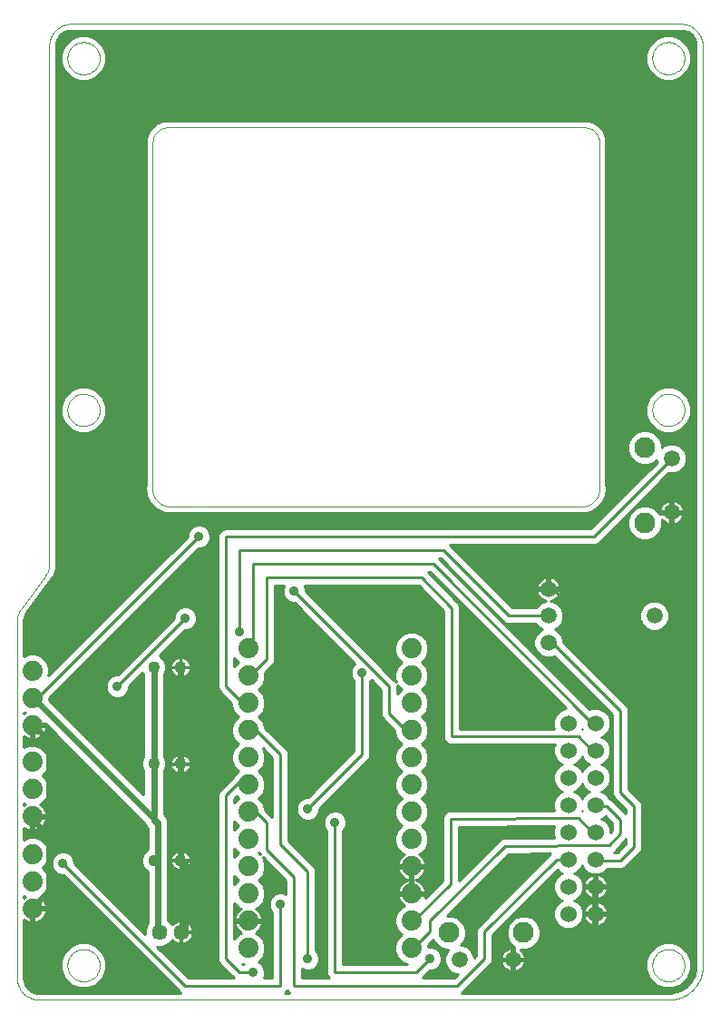
<source format=gtl>
G75*
G70*
%OFA0B0*%
%FSLAX24Y24*%
%IPPOS*%
%LPD*%
%AMOC8*
5,1,8,0,0,1.08239X$1,22.5*
%
%ADD10C,0.0000*%
%ADD11C,0.0740*%
%ADD12C,0.0768*%
%ADD13C,0.0594*%
%ADD14C,0.0570*%
%ADD15C,0.0602*%
%ADD16C,0.0436*%
%ADD17C,0.0240*%
%ADD18C,0.0100*%
%ADD19C,0.0360*%
D10*
X000150Y000994D02*
X000150Y014117D01*
X000307Y014590D02*
X001174Y015745D01*
X001331Y016217D02*
X001331Y035246D01*
X001332Y035246D02*
X001334Y035300D01*
X001339Y035353D01*
X001348Y035406D01*
X001361Y035458D01*
X001377Y035510D01*
X001397Y035560D01*
X001420Y035608D01*
X001447Y035655D01*
X001476Y035700D01*
X001509Y035743D01*
X001544Y035783D01*
X001582Y035821D01*
X001622Y035856D01*
X001665Y035889D01*
X001710Y035918D01*
X001757Y035945D01*
X001805Y035968D01*
X001855Y035988D01*
X001907Y036004D01*
X001959Y036017D01*
X002012Y036026D01*
X002065Y036031D01*
X002119Y036033D01*
X024559Y036033D01*
X024613Y036031D01*
X024666Y036026D01*
X024719Y036017D01*
X024771Y036004D01*
X024823Y035988D01*
X024873Y035968D01*
X024921Y035945D01*
X024968Y035918D01*
X025013Y035889D01*
X025056Y035856D01*
X025096Y035821D01*
X025134Y035783D01*
X025169Y035743D01*
X025202Y035700D01*
X025231Y035655D01*
X025258Y035608D01*
X025281Y035560D01*
X025301Y035510D01*
X025317Y035458D01*
X025330Y035406D01*
X025339Y035353D01*
X025344Y035300D01*
X025346Y035246D01*
X025347Y035246D02*
X025347Y001494D01*
X025348Y001425D01*
X025345Y001356D01*
X025338Y001287D01*
X025328Y001218D01*
X025313Y001150D01*
X025295Y001084D01*
X025273Y001018D01*
X025248Y000954D01*
X025219Y000891D01*
X025186Y000830D01*
X025150Y000770D01*
X025111Y000713D01*
X025068Y000658D01*
X025023Y000606D01*
X024975Y000556D01*
X024924Y000509D01*
X024870Y000465D01*
X024814Y000425D01*
X024756Y000387D01*
X024696Y000352D01*
X024634Y000321D01*
X024571Y000294D01*
X024506Y000270D01*
X024439Y000250D01*
X024372Y000233D01*
X024304Y000221D01*
X024235Y000212D01*
X024166Y000207D01*
X000937Y000207D01*
X000883Y000209D01*
X000830Y000214D01*
X000777Y000223D01*
X000725Y000236D01*
X000673Y000252D01*
X000623Y000272D01*
X000575Y000295D01*
X000528Y000322D01*
X000483Y000351D01*
X000440Y000384D01*
X000400Y000419D01*
X000362Y000457D01*
X000327Y000497D01*
X000294Y000540D01*
X000265Y000585D01*
X000238Y000632D01*
X000215Y000680D01*
X000195Y000730D01*
X000179Y000782D01*
X000166Y000834D01*
X000157Y000887D01*
X000152Y000940D01*
X000150Y000994D01*
X002000Y001466D02*
X002002Y001514D01*
X002008Y001562D01*
X002018Y001609D01*
X002031Y001655D01*
X002049Y001700D01*
X002069Y001744D01*
X002094Y001786D01*
X002122Y001825D01*
X002152Y001862D01*
X002186Y001896D01*
X002223Y001928D01*
X002261Y001957D01*
X002302Y001982D01*
X002345Y002004D01*
X002390Y002022D01*
X002436Y002036D01*
X002483Y002047D01*
X002531Y002054D01*
X002579Y002057D01*
X002627Y002056D01*
X002675Y002051D01*
X002723Y002042D01*
X002769Y002030D01*
X002814Y002013D01*
X002858Y001993D01*
X002900Y001970D01*
X002940Y001943D01*
X002978Y001913D01*
X003013Y001880D01*
X003045Y001844D01*
X003075Y001806D01*
X003101Y001765D01*
X003123Y001722D01*
X003143Y001678D01*
X003158Y001633D01*
X003170Y001586D01*
X003178Y001538D01*
X003182Y001490D01*
X003182Y001442D01*
X003178Y001394D01*
X003170Y001346D01*
X003158Y001299D01*
X003143Y001254D01*
X003123Y001210D01*
X003101Y001167D01*
X003075Y001126D01*
X003045Y001088D01*
X003013Y001052D01*
X002978Y001019D01*
X002940Y000989D01*
X002900Y000962D01*
X002858Y000939D01*
X002814Y000919D01*
X002769Y000902D01*
X002723Y000890D01*
X002675Y000881D01*
X002627Y000876D01*
X002579Y000875D01*
X002531Y000878D01*
X002483Y000885D01*
X002436Y000896D01*
X002390Y000910D01*
X002345Y000928D01*
X002302Y000950D01*
X002261Y000975D01*
X002223Y001004D01*
X002186Y001036D01*
X002152Y001070D01*
X002122Y001107D01*
X002094Y001146D01*
X002069Y001188D01*
X002049Y001232D01*
X002031Y001277D01*
X002018Y001323D01*
X002008Y001370D01*
X002002Y001418D01*
X002000Y001466D01*
X000150Y014117D02*
X000152Y014168D01*
X000157Y014218D01*
X000165Y014268D01*
X000176Y014317D01*
X000190Y014366D01*
X000208Y014413D01*
X000229Y014460D01*
X000252Y014504D01*
X000278Y014548D01*
X000307Y014589D01*
X001174Y015745D02*
X001203Y015786D01*
X001229Y015830D01*
X001252Y015874D01*
X001273Y015921D01*
X001291Y015968D01*
X001305Y016017D01*
X001316Y016066D01*
X001324Y016116D01*
X001329Y016166D01*
X001331Y016217D01*
X005134Y019104D02*
X005134Y031703D01*
X005135Y031702D02*
X005137Y031746D01*
X005142Y031789D01*
X005151Y031832D01*
X005163Y031874D01*
X005179Y031914D01*
X005198Y031954D01*
X005221Y031991D01*
X005246Y032027D01*
X005274Y032060D01*
X005305Y032091D01*
X005338Y032119D01*
X005374Y032145D01*
X005411Y032167D01*
X005450Y032186D01*
X005491Y032202D01*
X005533Y032215D01*
X005575Y032224D01*
X005619Y032229D01*
X005662Y032231D01*
X005662Y032232D02*
X021016Y032232D01*
X021060Y032230D01*
X021103Y032225D01*
X021146Y032216D01*
X021188Y032203D01*
X021228Y032187D01*
X021268Y032168D01*
X021305Y032146D01*
X021341Y032120D01*
X021374Y032092D01*
X021405Y032061D01*
X021433Y032028D01*
X021459Y031992D01*
X021481Y031955D01*
X021500Y031915D01*
X021516Y031875D01*
X021529Y031833D01*
X021538Y031790D01*
X021543Y031747D01*
X021545Y031703D01*
X021545Y019104D01*
X021016Y018317D02*
X005662Y018317D01*
X005613Y018328D01*
X005566Y018343D01*
X005519Y018362D01*
X005474Y018384D01*
X005431Y018410D01*
X005390Y018438D01*
X005351Y018470D01*
X005314Y018504D01*
X005281Y018541D01*
X005250Y018581D01*
X005222Y018622D01*
X005197Y018666D01*
X005176Y018711D01*
X005158Y018758D01*
X005143Y018806D01*
X005133Y018855D01*
X005126Y018904D01*
X005122Y018954D01*
X005123Y019004D01*
X005127Y019054D01*
X005135Y019104D01*
X002000Y021860D02*
X002002Y021908D01*
X002008Y021956D01*
X002018Y022003D01*
X002031Y022049D01*
X002049Y022094D01*
X002069Y022138D01*
X002094Y022180D01*
X002122Y022219D01*
X002152Y022256D01*
X002186Y022290D01*
X002223Y022322D01*
X002261Y022351D01*
X002302Y022376D01*
X002345Y022398D01*
X002390Y022416D01*
X002436Y022430D01*
X002483Y022441D01*
X002531Y022448D01*
X002579Y022451D01*
X002627Y022450D01*
X002675Y022445D01*
X002723Y022436D01*
X002769Y022424D01*
X002814Y022407D01*
X002858Y022387D01*
X002900Y022364D01*
X002940Y022337D01*
X002978Y022307D01*
X003013Y022274D01*
X003045Y022238D01*
X003075Y022200D01*
X003101Y022159D01*
X003123Y022116D01*
X003143Y022072D01*
X003158Y022027D01*
X003170Y021980D01*
X003178Y021932D01*
X003182Y021884D01*
X003182Y021836D01*
X003178Y021788D01*
X003170Y021740D01*
X003158Y021693D01*
X003143Y021648D01*
X003123Y021604D01*
X003101Y021561D01*
X003075Y021520D01*
X003045Y021482D01*
X003013Y021446D01*
X002978Y021413D01*
X002940Y021383D01*
X002900Y021356D01*
X002858Y021333D01*
X002814Y021313D01*
X002769Y021296D01*
X002723Y021284D01*
X002675Y021275D01*
X002627Y021270D01*
X002579Y021269D01*
X002531Y021272D01*
X002483Y021279D01*
X002436Y021290D01*
X002390Y021304D01*
X002345Y021322D01*
X002302Y021344D01*
X002261Y021369D01*
X002223Y021398D01*
X002186Y021430D01*
X002152Y021464D01*
X002122Y021501D01*
X002094Y021540D01*
X002069Y021582D01*
X002049Y021626D01*
X002031Y021671D01*
X002018Y021717D01*
X002008Y021764D01*
X002002Y021812D01*
X002000Y021860D01*
X002000Y034773D02*
X002002Y034821D01*
X002008Y034869D01*
X002018Y034916D01*
X002031Y034962D01*
X002049Y035007D01*
X002069Y035051D01*
X002094Y035093D01*
X002122Y035132D01*
X002152Y035169D01*
X002186Y035203D01*
X002223Y035235D01*
X002261Y035264D01*
X002302Y035289D01*
X002345Y035311D01*
X002390Y035329D01*
X002436Y035343D01*
X002483Y035354D01*
X002531Y035361D01*
X002579Y035364D01*
X002627Y035363D01*
X002675Y035358D01*
X002723Y035349D01*
X002769Y035337D01*
X002814Y035320D01*
X002858Y035300D01*
X002900Y035277D01*
X002940Y035250D01*
X002978Y035220D01*
X003013Y035187D01*
X003045Y035151D01*
X003075Y035113D01*
X003101Y035072D01*
X003123Y035029D01*
X003143Y034985D01*
X003158Y034940D01*
X003170Y034893D01*
X003178Y034845D01*
X003182Y034797D01*
X003182Y034749D01*
X003178Y034701D01*
X003170Y034653D01*
X003158Y034606D01*
X003143Y034561D01*
X003123Y034517D01*
X003101Y034474D01*
X003075Y034433D01*
X003045Y034395D01*
X003013Y034359D01*
X002978Y034326D01*
X002940Y034296D01*
X002900Y034269D01*
X002858Y034246D01*
X002814Y034226D01*
X002769Y034209D01*
X002723Y034197D01*
X002675Y034188D01*
X002627Y034183D01*
X002579Y034182D01*
X002531Y034185D01*
X002483Y034192D01*
X002436Y034203D01*
X002390Y034217D01*
X002345Y034235D01*
X002302Y034257D01*
X002261Y034282D01*
X002223Y034311D01*
X002186Y034343D01*
X002152Y034377D01*
X002122Y034414D01*
X002094Y034453D01*
X002069Y034495D01*
X002049Y034539D01*
X002031Y034584D01*
X002018Y034630D01*
X002008Y034677D01*
X002002Y034725D01*
X002000Y034773D01*
X021545Y019104D02*
X021553Y019055D01*
X021557Y019005D01*
X021558Y018954D01*
X021554Y018904D01*
X021547Y018855D01*
X021536Y018806D01*
X021522Y018758D01*
X021504Y018711D01*
X021482Y018665D01*
X021458Y018622D01*
X021430Y018580D01*
X021399Y018541D01*
X021365Y018504D01*
X021328Y018469D01*
X021289Y018438D01*
X021248Y018409D01*
X021205Y018384D01*
X021159Y018362D01*
X021113Y018343D01*
X021065Y018328D01*
X021016Y018317D01*
X023496Y021860D02*
X023498Y021908D01*
X023504Y021956D01*
X023514Y022003D01*
X023527Y022049D01*
X023545Y022094D01*
X023565Y022138D01*
X023590Y022180D01*
X023618Y022219D01*
X023648Y022256D01*
X023682Y022290D01*
X023719Y022322D01*
X023757Y022351D01*
X023798Y022376D01*
X023841Y022398D01*
X023886Y022416D01*
X023932Y022430D01*
X023979Y022441D01*
X024027Y022448D01*
X024075Y022451D01*
X024123Y022450D01*
X024171Y022445D01*
X024219Y022436D01*
X024265Y022424D01*
X024310Y022407D01*
X024354Y022387D01*
X024396Y022364D01*
X024436Y022337D01*
X024474Y022307D01*
X024509Y022274D01*
X024541Y022238D01*
X024571Y022200D01*
X024597Y022159D01*
X024619Y022116D01*
X024639Y022072D01*
X024654Y022027D01*
X024666Y021980D01*
X024674Y021932D01*
X024678Y021884D01*
X024678Y021836D01*
X024674Y021788D01*
X024666Y021740D01*
X024654Y021693D01*
X024639Y021648D01*
X024619Y021604D01*
X024597Y021561D01*
X024571Y021520D01*
X024541Y021482D01*
X024509Y021446D01*
X024474Y021413D01*
X024436Y021383D01*
X024396Y021356D01*
X024354Y021333D01*
X024310Y021313D01*
X024265Y021296D01*
X024219Y021284D01*
X024171Y021275D01*
X024123Y021270D01*
X024075Y021269D01*
X024027Y021272D01*
X023979Y021279D01*
X023932Y021290D01*
X023886Y021304D01*
X023841Y021322D01*
X023798Y021344D01*
X023757Y021369D01*
X023719Y021398D01*
X023682Y021430D01*
X023648Y021464D01*
X023618Y021501D01*
X023590Y021540D01*
X023565Y021582D01*
X023545Y021626D01*
X023527Y021671D01*
X023514Y021717D01*
X023504Y021764D01*
X023498Y021812D01*
X023496Y021860D01*
X023496Y034773D02*
X023498Y034821D01*
X023504Y034869D01*
X023514Y034916D01*
X023527Y034962D01*
X023545Y035007D01*
X023565Y035051D01*
X023590Y035093D01*
X023618Y035132D01*
X023648Y035169D01*
X023682Y035203D01*
X023719Y035235D01*
X023757Y035264D01*
X023798Y035289D01*
X023841Y035311D01*
X023886Y035329D01*
X023932Y035343D01*
X023979Y035354D01*
X024027Y035361D01*
X024075Y035364D01*
X024123Y035363D01*
X024171Y035358D01*
X024219Y035349D01*
X024265Y035337D01*
X024310Y035320D01*
X024354Y035300D01*
X024396Y035277D01*
X024436Y035250D01*
X024474Y035220D01*
X024509Y035187D01*
X024541Y035151D01*
X024571Y035113D01*
X024597Y035072D01*
X024619Y035029D01*
X024639Y034985D01*
X024654Y034940D01*
X024666Y034893D01*
X024674Y034845D01*
X024678Y034797D01*
X024678Y034749D01*
X024674Y034701D01*
X024666Y034653D01*
X024654Y034606D01*
X024639Y034561D01*
X024619Y034517D01*
X024597Y034474D01*
X024571Y034433D01*
X024541Y034395D01*
X024509Y034359D01*
X024474Y034326D01*
X024436Y034296D01*
X024396Y034269D01*
X024354Y034246D01*
X024310Y034226D01*
X024265Y034209D01*
X024219Y034197D01*
X024171Y034188D01*
X024123Y034183D01*
X024075Y034182D01*
X024027Y034185D01*
X023979Y034192D01*
X023932Y034203D01*
X023886Y034217D01*
X023841Y034235D01*
X023798Y034257D01*
X023757Y034282D01*
X023719Y034311D01*
X023682Y034343D01*
X023648Y034377D01*
X023618Y034414D01*
X023590Y034453D01*
X023565Y034495D01*
X023545Y034539D01*
X023527Y034584D01*
X023514Y034630D01*
X023504Y034677D01*
X023498Y034725D01*
X023496Y034773D01*
X023496Y001466D02*
X023498Y001514D01*
X023504Y001562D01*
X023514Y001609D01*
X023527Y001655D01*
X023545Y001700D01*
X023565Y001744D01*
X023590Y001786D01*
X023618Y001825D01*
X023648Y001862D01*
X023682Y001896D01*
X023719Y001928D01*
X023757Y001957D01*
X023798Y001982D01*
X023841Y002004D01*
X023886Y002022D01*
X023932Y002036D01*
X023979Y002047D01*
X024027Y002054D01*
X024075Y002057D01*
X024123Y002056D01*
X024171Y002051D01*
X024219Y002042D01*
X024265Y002030D01*
X024310Y002013D01*
X024354Y001993D01*
X024396Y001970D01*
X024436Y001943D01*
X024474Y001913D01*
X024509Y001880D01*
X024541Y001844D01*
X024571Y001806D01*
X024597Y001765D01*
X024619Y001722D01*
X024639Y001678D01*
X024654Y001633D01*
X024666Y001586D01*
X024674Y001538D01*
X024678Y001490D01*
X024678Y001442D01*
X024674Y001394D01*
X024666Y001346D01*
X024654Y001299D01*
X024639Y001254D01*
X024619Y001210D01*
X024597Y001167D01*
X024571Y001126D01*
X024541Y001088D01*
X024509Y001052D01*
X024474Y001019D01*
X024436Y000989D01*
X024396Y000962D01*
X024354Y000939D01*
X024310Y000919D01*
X024265Y000902D01*
X024219Y000890D01*
X024171Y000881D01*
X024123Y000876D01*
X024075Y000875D01*
X024027Y000878D01*
X023979Y000885D01*
X023932Y000896D01*
X023886Y000910D01*
X023841Y000928D01*
X023798Y000950D01*
X023757Y000975D01*
X023719Y001004D01*
X023682Y001036D01*
X023648Y001070D01*
X023618Y001107D01*
X023590Y001146D01*
X023565Y001188D01*
X023545Y001232D01*
X023527Y001277D01*
X023514Y001323D01*
X023504Y001370D01*
X023498Y001418D01*
X023496Y001466D01*
D11*
X014650Y002100D03*
X014650Y003100D03*
X014650Y004100D03*
X014650Y005100D03*
X014650Y006100D03*
X014650Y007100D03*
X014650Y008100D03*
X014650Y009100D03*
X014650Y010100D03*
X014650Y011100D03*
X014650Y012100D03*
X014650Y013100D03*
X008650Y013100D03*
X008650Y012100D03*
X008650Y011100D03*
X008650Y010100D03*
X008650Y009100D03*
X008650Y008100D03*
X008650Y007100D03*
X008650Y006100D03*
X008650Y005100D03*
X008650Y004100D03*
X008650Y003100D03*
X008650Y002100D03*
X000713Y003545D03*
X000713Y004545D03*
X000713Y005545D03*
X000713Y006935D03*
X000713Y007935D03*
X000713Y008935D03*
X000713Y010285D03*
X000713Y011285D03*
X000713Y012285D03*
D12*
X016012Y002663D03*
X018768Y002663D03*
X023225Y017714D03*
X023225Y020470D03*
D13*
X024209Y020077D03*
X024209Y018108D03*
X023575Y014301D03*
X019678Y014301D03*
X019678Y013317D03*
X019678Y015285D03*
X018374Y001679D03*
X016406Y001679D03*
D14*
X006174Y002687D03*
X005386Y002687D03*
D15*
X020410Y003356D03*
X020410Y004356D03*
X020410Y005356D03*
X020410Y006356D03*
X020410Y007356D03*
X020410Y008356D03*
X020410Y009356D03*
X020410Y010356D03*
X021410Y010356D03*
X021410Y009356D03*
X021410Y008356D03*
X021410Y007356D03*
X021410Y006356D03*
X021410Y005356D03*
X021410Y004356D03*
X021410Y003356D03*
D16*
X006154Y005325D03*
X005170Y005325D03*
X005170Y008868D03*
X006154Y008868D03*
X006154Y012411D03*
X005170Y012411D03*
D17*
X005170Y008868D01*
X005170Y006868D01*
X005172Y006845D01*
X005177Y006823D01*
X005185Y006801D01*
X005196Y006781D01*
X005209Y006763D01*
X005226Y006746D01*
X005244Y006733D01*
X005264Y006722D01*
X005286Y006714D01*
X005308Y006709D01*
X005331Y006707D01*
X005331Y005207D01*
X005170Y005325D01*
X005331Y005207D02*
X005331Y002707D01*
X006174Y002687D02*
X006331Y002707D01*
X006331Y005207D01*
X006154Y005325D01*
X006154Y008868D01*
X006154Y012411D01*
X000831Y011207D02*
X005331Y006707D01*
X001331Y006207D02*
X001331Y004207D01*
X000831Y003707D01*
X001331Y006207D02*
X001331Y009707D01*
X000831Y010207D01*
X000713Y010285D01*
X000713Y006935D02*
X000831Y006707D01*
X001331Y006207D01*
D18*
X000492Y000699D02*
X002255Y000699D01*
X002117Y000756D02*
X001881Y000992D01*
X001754Y001300D01*
X001754Y001633D01*
X001881Y001941D01*
X002117Y002176D01*
X002424Y002304D01*
X002758Y002304D01*
X003065Y002176D01*
X003301Y001941D01*
X003428Y001633D01*
X003428Y001300D01*
X003301Y000992D01*
X003065Y000756D01*
X002758Y000629D01*
X002424Y000629D01*
X002117Y000756D01*
X002076Y000798D02*
X000440Y000798D01*
X000456Y000749D02*
X000404Y000909D01*
X000397Y000994D01*
X000397Y003132D01*
X000440Y003100D01*
X000513Y003063D01*
X000591Y003038D01*
X000663Y003027D01*
X000663Y003495D01*
X000763Y003495D01*
X000763Y003027D01*
X000835Y003038D01*
X000913Y003063D01*
X000986Y003100D01*
X001052Y003149D01*
X001110Y003206D01*
X001158Y003273D01*
X001195Y003346D01*
X001220Y003423D01*
X001232Y003495D01*
X000763Y003495D01*
X000763Y003595D01*
X001232Y003595D01*
X001220Y003667D01*
X001195Y003745D01*
X001158Y003818D01*
X001110Y003884D01*
X001052Y003942D01*
X000986Y003990D01*
X000985Y003990D01*
X001062Y004022D01*
X001236Y004196D01*
X001330Y004422D01*
X001330Y004668D01*
X001236Y004895D01*
X001085Y005045D01*
X001236Y005196D01*
X001330Y005422D01*
X001330Y005668D01*
X001236Y005895D01*
X001062Y006068D01*
X000836Y006162D01*
X000590Y006162D01*
X000397Y006082D01*
X000397Y006522D01*
X000440Y006490D01*
X000513Y006453D01*
X000591Y006428D01*
X000663Y006416D01*
X000663Y006885D01*
X000763Y006885D01*
X000763Y006985D01*
X001232Y006985D01*
X001220Y007057D01*
X001195Y007135D01*
X001158Y007207D01*
X001110Y007274D01*
X001052Y007332D01*
X000986Y007380D01*
X000985Y007380D01*
X001062Y007412D01*
X001236Y007585D01*
X001330Y007812D01*
X001330Y008058D01*
X001236Y008284D01*
X001085Y008435D01*
X001236Y008585D01*
X001330Y008812D01*
X001330Y009058D01*
X001236Y009284D01*
X001062Y009458D01*
X000836Y009552D01*
X000590Y009552D01*
X000397Y009472D01*
X000397Y009872D01*
X000440Y009841D01*
X000513Y009803D01*
X000591Y009778D01*
X000663Y009767D01*
X000663Y010235D01*
X000763Y010235D01*
X000763Y009767D01*
X000835Y009778D01*
X000913Y009803D01*
X000986Y009841D01*
X001052Y009889D01*
X001110Y009947D01*
X001158Y010013D01*
X001195Y010086D01*
X001220Y010164D01*
X001232Y010235D01*
X000763Y010235D01*
X000763Y010335D01*
X001184Y010335D01*
X004836Y006683D01*
X004883Y006569D01*
X004883Y006569D01*
X004964Y006488D01*
X004964Y005743D01*
X004906Y005719D01*
X004776Y005588D01*
X004705Y005417D01*
X004705Y005232D01*
X004776Y005061D01*
X004906Y004930D01*
X004964Y004906D01*
X004964Y003017D01*
X004935Y002988D01*
X004854Y002793D01*
X004854Y002603D01*
X002258Y005200D01*
X002258Y005291D01*
X002193Y005448D01*
X002073Y005568D01*
X001916Y005633D01*
X001746Y005633D01*
X001589Y005568D01*
X001469Y005448D01*
X001404Y005291D01*
X001404Y005122D01*
X001469Y004965D01*
X001589Y004845D01*
X001746Y004780D01*
X001838Y004780D01*
X006079Y000538D01*
X006163Y000455D01*
X006167Y000453D01*
X000937Y000453D01*
X000853Y000460D01*
X000692Y000512D01*
X000555Y000612D01*
X000456Y000749D01*
X000408Y000896D02*
X001977Y000896D01*
X001880Y000995D02*
X000397Y000995D01*
X000397Y001093D02*
X001839Y001093D01*
X001798Y001192D02*
X000397Y001192D01*
X000397Y001290D02*
X001758Y001290D01*
X001754Y001389D02*
X000397Y001389D01*
X000397Y001487D02*
X001754Y001487D01*
X001754Y001586D02*
X000397Y001586D01*
X000397Y001684D02*
X001775Y001684D01*
X001816Y001783D02*
X000397Y001783D01*
X000397Y001881D02*
X001856Y001881D01*
X001920Y001980D02*
X000397Y001980D01*
X000397Y002078D02*
X002018Y002078D01*
X002117Y002177D02*
X000397Y002177D01*
X000397Y002275D02*
X002355Y002275D01*
X002827Y002275D02*
X004343Y002275D01*
X004441Y002177D02*
X003065Y002177D01*
X003164Y002078D02*
X004540Y002078D01*
X004638Y001980D02*
X003262Y001980D01*
X003326Y001881D02*
X004737Y001881D01*
X004835Y001783D02*
X003366Y001783D01*
X003407Y001684D02*
X004934Y001684D01*
X005032Y001586D02*
X003428Y001586D01*
X003428Y001487D02*
X005131Y001487D01*
X005229Y001389D02*
X003428Y001389D01*
X003424Y001290D02*
X005328Y001290D01*
X005426Y001192D02*
X003383Y001192D01*
X003343Y001093D02*
X005525Y001093D01*
X005623Y000995D02*
X003302Y000995D01*
X003205Y000896D02*
X005722Y000896D01*
X005820Y000798D02*
X003106Y000798D01*
X002927Y000699D02*
X005919Y000699D01*
X006017Y000601D02*
X000571Y000601D01*
X000724Y000502D02*
X006116Y000502D01*
X006331Y000707D02*
X009831Y000707D01*
X009831Y003707D01*
X010034Y004084D02*
X009916Y004133D01*
X009746Y004133D01*
X009589Y004068D01*
X009469Y003948D01*
X009404Y003791D01*
X009404Y003622D01*
X009469Y003465D01*
X009534Y003400D01*
X009534Y001003D01*
X009209Y001003D01*
X009258Y001122D01*
X009258Y001291D01*
X009193Y001448D01*
X009073Y001568D01*
X009015Y001593D01*
X009173Y001751D01*
X009267Y001978D01*
X009267Y002223D01*
X009173Y002450D01*
X008999Y002623D01*
X008922Y002655D01*
X008923Y002656D01*
X008989Y002704D01*
X009047Y002762D01*
X009095Y002828D01*
X009132Y002901D01*
X009157Y002978D01*
X009169Y003050D01*
X008700Y003050D01*
X008700Y003150D01*
X009169Y003150D01*
X009157Y003222D01*
X009132Y003300D01*
X009095Y003373D01*
X009047Y003439D01*
X008989Y003497D01*
X008923Y003545D01*
X008922Y003545D01*
X008999Y003577D01*
X009173Y003751D01*
X009267Y003978D01*
X009267Y004223D01*
X009173Y004450D01*
X009022Y004600D01*
X009173Y004751D01*
X009267Y004978D01*
X009267Y005223D01*
X009176Y005442D01*
X010034Y004584D01*
X010034Y004084D01*
X010034Y004147D02*
X009267Y004147D01*
X009258Y004245D02*
X010034Y004245D01*
X010034Y004344D02*
X009217Y004344D01*
X009176Y004442D02*
X010034Y004442D01*
X010034Y004541D02*
X009082Y004541D01*
X009061Y004639D02*
X009979Y004639D01*
X009880Y004738D02*
X009160Y004738D01*
X009208Y004836D02*
X009782Y004836D01*
X009683Y004935D02*
X009249Y004935D01*
X009267Y005033D02*
X009585Y005033D01*
X009486Y005132D02*
X009267Y005132D01*
X009264Y005230D02*
X009388Y005230D01*
X009289Y005329D02*
X009223Y005329D01*
X009191Y005427D02*
X009182Y005427D01*
X009076Y005547D02*
X009022Y005600D01*
X009045Y005623D01*
X009076Y005547D01*
X009331Y005707D02*
X009331Y006707D01*
X008831Y007207D01*
X008650Y007100D01*
X009029Y007594D02*
X009534Y007594D01*
X009534Y007496D02*
X009127Y007496D01*
X009173Y007450D02*
X009022Y007600D01*
X009173Y007751D01*
X009267Y007978D01*
X009267Y008223D01*
X009173Y008450D01*
X009022Y008600D01*
X009173Y008751D01*
X009267Y008978D01*
X009267Y009223D01*
X009176Y009442D01*
X009534Y009084D01*
X009534Y006923D01*
X009267Y007191D01*
X009267Y007223D01*
X009173Y007450D01*
X009195Y007397D02*
X009534Y007397D01*
X009534Y007299D02*
X009236Y007299D01*
X009267Y007200D02*
X009534Y007200D01*
X009534Y007102D02*
X009356Y007102D01*
X009454Y007003D02*
X009534Y007003D01*
X009534Y007693D02*
X009115Y007693D01*
X009190Y007791D02*
X009534Y007791D01*
X009534Y007890D02*
X009230Y007890D01*
X009267Y007988D02*
X009534Y007988D01*
X009534Y008087D02*
X009267Y008087D01*
X009267Y008185D02*
X009534Y008185D01*
X009534Y008284D02*
X009242Y008284D01*
X009201Y008382D02*
X009534Y008382D01*
X009534Y008481D02*
X009142Y008481D01*
X009044Y008579D02*
X009534Y008579D01*
X009534Y008678D02*
X009100Y008678D01*
X009183Y008776D02*
X009534Y008776D01*
X009534Y008875D02*
X009224Y008875D01*
X009265Y008973D02*
X009534Y008973D01*
X009534Y009072D02*
X009267Y009072D01*
X009267Y009170D02*
X009448Y009170D01*
X009349Y009269D02*
X009248Y009269D01*
X009251Y009367D02*
X009207Y009367D01*
X009696Y009761D02*
X012534Y009761D01*
X012534Y009663D02*
X009795Y009663D01*
X009893Y009564D02*
X012534Y009564D01*
X012534Y009466D02*
X009992Y009466D01*
X010083Y009375D02*
X009267Y010191D01*
X009267Y010223D01*
X009173Y010450D01*
X009022Y010600D01*
X009173Y010751D01*
X009267Y010978D01*
X009267Y011223D01*
X009173Y011450D01*
X009022Y011600D01*
X009173Y011751D01*
X009267Y011978D01*
X009267Y012222D01*
X009583Y012538D01*
X009628Y012648D01*
X009628Y015410D01*
X009953Y015410D01*
X009904Y015291D01*
X009904Y015122D01*
X009969Y014965D01*
X010089Y014845D01*
X010246Y014780D01*
X010338Y014780D01*
X012569Y012548D01*
X012469Y012448D01*
X012404Y012291D01*
X012404Y012122D01*
X012469Y011965D01*
X012534Y011900D01*
X012534Y009330D01*
X010838Y007633D01*
X010746Y007633D01*
X010589Y007568D01*
X010469Y007448D01*
X010404Y007291D01*
X010404Y007122D01*
X010469Y006965D01*
X010589Y006845D01*
X010746Y006780D01*
X010916Y006780D01*
X011073Y006845D01*
X011193Y006965D01*
X011258Y007122D01*
X011258Y007214D01*
X012999Y008955D01*
X013083Y009038D01*
X013128Y009148D01*
X013128Y011900D01*
X013173Y011945D01*
X013534Y011584D01*
X013534Y010648D01*
X013128Y010648D01*
X013128Y010746D02*
X013534Y010746D01*
X013534Y010648D02*
X013579Y010538D01*
X014033Y010085D01*
X014033Y009978D01*
X014127Y009751D01*
X014278Y009600D01*
X014127Y009450D01*
X014033Y009223D01*
X014033Y008978D01*
X014127Y008751D01*
X014278Y008600D01*
X014127Y008450D01*
X014033Y008223D01*
X014033Y007978D01*
X014127Y007751D01*
X014278Y007600D01*
X014127Y007450D01*
X014033Y007223D01*
X014033Y006978D01*
X014127Y006751D01*
X014278Y006600D01*
X014127Y006450D01*
X014033Y006223D01*
X014033Y005978D01*
X014127Y005751D01*
X014301Y005577D01*
X014378Y005545D01*
X014377Y005545D01*
X014311Y005497D01*
X014253Y005439D01*
X014205Y005373D01*
X014168Y005300D01*
X014143Y005222D01*
X014131Y005150D01*
X014600Y005150D01*
X014600Y005050D01*
X014700Y005050D01*
X014700Y004582D01*
X014700Y004150D01*
X015169Y004150D01*
X015157Y004222D01*
X015132Y004300D01*
X015095Y004373D01*
X015047Y004439D01*
X014989Y004497D01*
X014923Y004545D01*
X014850Y004582D01*
X014794Y004600D01*
X014850Y004618D01*
X014923Y004656D01*
X014989Y004704D01*
X015047Y004762D01*
X015095Y004828D01*
X015132Y004901D01*
X015157Y004978D01*
X015169Y005050D01*
X014700Y005050D01*
X014700Y005150D01*
X015169Y005150D01*
X015157Y005222D01*
X015132Y005300D01*
X015095Y005373D01*
X015047Y005439D01*
X014989Y005497D01*
X014923Y005545D01*
X014922Y005545D01*
X014999Y005577D01*
X015173Y005751D01*
X015267Y005978D01*
X015267Y006223D01*
X015173Y006450D01*
X015022Y006600D01*
X015173Y006751D01*
X015267Y006978D01*
X015267Y007223D01*
X015173Y007450D01*
X015022Y007600D01*
X015173Y007751D01*
X015267Y007978D01*
X015267Y008223D01*
X015173Y008450D01*
X015022Y008600D01*
X015173Y008751D01*
X015267Y008978D01*
X015267Y009223D01*
X015173Y009450D01*
X015022Y009600D01*
X015173Y009751D01*
X015267Y009978D01*
X015267Y010223D01*
X015173Y010450D01*
X015022Y010600D01*
X015173Y010751D01*
X015267Y010978D01*
X015267Y011223D01*
X015173Y011450D01*
X015022Y011600D01*
X015173Y011751D01*
X015267Y011978D01*
X015267Y012223D01*
X015173Y012450D01*
X015022Y012600D01*
X015173Y012751D01*
X015267Y012978D01*
X015267Y013223D01*
X015173Y013450D01*
X014999Y013623D01*
X014773Y013717D01*
X014527Y013717D01*
X014301Y013623D01*
X014127Y013450D01*
X014033Y013223D01*
X014033Y012978D01*
X014127Y012751D01*
X014278Y012600D01*
X014127Y012450D01*
X014033Y012223D01*
X014033Y011978D01*
X014071Y011887D01*
X013999Y011958D01*
X010758Y015200D01*
X010758Y015291D01*
X010709Y015410D01*
X014906Y015410D01*
X015822Y014473D01*
X015822Y009804D01*
X015867Y009695D01*
X015950Y009611D01*
X016059Y009566D01*
X019904Y009566D01*
X019862Y009465D01*
X019862Y009247D01*
X019945Y009046D01*
X020099Y008892D01*
X020185Y008856D01*
X020099Y008821D01*
X019945Y008667D01*
X019862Y008465D01*
X019862Y008247D01*
X019945Y008046D01*
X020099Y007892D01*
X020185Y007856D01*
X020099Y007821D01*
X019945Y007667D01*
X019862Y007465D01*
X019862Y007247D01*
X019899Y007159D01*
X016081Y007153D01*
X016022Y007153D01*
X016022Y007153D01*
X016022Y007153D01*
X015967Y007131D01*
X015913Y007108D01*
X015913Y007108D01*
X015913Y007108D01*
X015871Y007066D01*
X015829Y007025D01*
X015829Y007025D01*
X015829Y007024D01*
X015807Y006970D01*
X015784Y006916D01*
X015784Y006915D01*
X015784Y006857D01*
X015784Y004580D01*
X015145Y003940D01*
X015157Y003978D01*
X015169Y004050D01*
X014700Y004050D01*
X014700Y004150D01*
X014600Y004150D01*
X014600Y004050D01*
X014131Y004050D01*
X014143Y003978D01*
X014168Y003901D01*
X014205Y003828D01*
X014253Y003762D01*
X014311Y003704D01*
X014377Y003656D01*
X014378Y003655D01*
X014301Y003623D01*
X014127Y003450D01*
X014033Y003223D01*
X014033Y002978D01*
X014127Y002751D01*
X014278Y002600D01*
X014127Y002450D01*
X014033Y002223D01*
X014033Y001978D01*
X014127Y001751D01*
X014301Y001577D01*
X014479Y001503D01*
X012128Y001503D01*
X012128Y006400D01*
X012193Y006465D01*
X012258Y006622D01*
X012258Y006791D01*
X012193Y006948D01*
X012073Y007068D01*
X011916Y007133D01*
X011746Y007133D01*
X011589Y007068D01*
X011469Y006948D01*
X011404Y006791D01*
X011404Y006622D01*
X011469Y006465D01*
X011534Y006400D01*
X011534Y001148D01*
X011579Y001038D01*
X011614Y001003D01*
X010628Y001003D01*
X010628Y001329D01*
X010746Y001280D01*
X010916Y001280D01*
X011073Y001345D01*
X011193Y001465D01*
X011258Y001622D01*
X011258Y001791D01*
X011193Y001948D01*
X011128Y002013D01*
X011128Y004966D01*
X011083Y005075D01*
X010128Y006030D01*
X010128Y009266D01*
X010083Y009375D01*
X010086Y009367D02*
X012534Y009367D01*
X012473Y009269D02*
X010127Y009269D01*
X010128Y009170D02*
X012375Y009170D01*
X012276Y009072D02*
X010128Y009072D01*
X010128Y008973D02*
X012178Y008973D01*
X012079Y008875D02*
X010128Y008875D01*
X010128Y008776D02*
X011981Y008776D01*
X011882Y008678D02*
X010128Y008678D01*
X010128Y008579D02*
X011784Y008579D01*
X011685Y008481D02*
X010128Y008481D01*
X010128Y008382D02*
X011587Y008382D01*
X011488Y008284D02*
X010128Y008284D01*
X010128Y008185D02*
X011390Y008185D01*
X011291Y008087D02*
X010128Y008087D01*
X010128Y007988D02*
X011193Y007988D01*
X011094Y007890D02*
X010128Y007890D01*
X010128Y007791D02*
X010996Y007791D01*
X010897Y007693D02*
X010128Y007693D01*
X010128Y007594D02*
X010651Y007594D01*
X010516Y007496D02*
X010128Y007496D01*
X010128Y007397D02*
X010448Y007397D01*
X010407Y007299D02*
X010128Y007299D01*
X010128Y007200D02*
X010404Y007200D01*
X010413Y007102D02*
X010128Y007102D01*
X010128Y007003D02*
X010453Y007003D01*
X010529Y006905D02*
X010128Y006905D01*
X010128Y006806D02*
X010683Y006806D01*
X010980Y006806D02*
X011410Y006806D01*
X011404Y006708D02*
X010128Y006708D01*
X010128Y006609D02*
X011409Y006609D01*
X011450Y006511D02*
X010128Y006511D01*
X010128Y006412D02*
X011522Y006412D01*
X011534Y006314D02*
X010128Y006314D01*
X010128Y006215D02*
X011534Y006215D01*
X011534Y006117D02*
X010128Y006117D01*
X010139Y006018D02*
X011534Y006018D01*
X011534Y005920D02*
X010238Y005920D01*
X010336Y005821D02*
X011534Y005821D01*
X011534Y005723D02*
X010435Y005723D01*
X010533Y005624D02*
X011534Y005624D01*
X011534Y005526D02*
X010632Y005526D01*
X010730Y005427D02*
X011534Y005427D01*
X011534Y005329D02*
X010829Y005329D01*
X010927Y005230D02*
X011534Y005230D01*
X011534Y005132D02*
X011026Y005132D01*
X011100Y005033D02*
X011534Y005033D01*
X011534Y004935D02*
X011128Y004935D01*
X011128Y004836D02*
X011534Y004836D01*
X011534Y004738D02*
X011128Y004738D01*
X011128Y004639D02*
X011534Y004639D01*
X011534Y004541D02*
X011128Y004541D01*
X011128Y004442D02*
X011534Y004442D01*
X011534Y004344D02*
X011128Y004344D01*
X011128Y004245D02*
X011534Y004245D01*
X011534Y004147D02*
X011128Y004147D01*
X011128Y004048D02*
X011534Y004048D01*
X011534Y003950D02*
X011128Y003950D01*
X011128Y003851D02*
X011534Y003851D01*
X011534Y003753D02*
X011128Y003753D01*
X011128Y003654D02*
X011534Y003654D01*
X011534Y003556D02*
X011128Y003556D01*
X011128Y003457D02*
X011534Y003457D01*
X011534Y003359D02*
X011128Y003359D01*
X011128Y003260D02*
X011534Y003260D01*
X011534Y003162D02*
X011128Y003162D01*
X011128Y003063D02*
X011534Y003063D01*
X011534Y002965D02*
X011128Y002965D01*
X011128Y002866D02*
X011534Y002866D01*
X011534Y002768D02*
X011128Y002768D01*
X011128Y002669D02*
X011534Y002669D01*
X011534Y002571D02*
X011128Y002571D01*
X011128Y002472D02*
X011534Y002472D01*
X011534Y002374D02*
X011128Y002374D01*
X011128Y002275D02*
X011534Y002275D01*
X011534Y002177D02*
X011128Y002177D01*
X011128Y002078D02*
X011534Y002078D01*
X011534Y001980D02*
X011162Y001980D01*
X011221Y001881D02*
X011534Y001881D01*
X011534Y001783D02*
X011258Y001783D01*
X011258Y001684D02*
X011534Y001684D01*
X011534Y001586D02*
X011243Y001586D01*
X011202Y001487D02*
X011534Y001487D01*
X011534Y001389D02*
X011117Y001389D01*
X010941Y001290D02*
X011534Y001290D01*
X011534Y001192D02*
X010628Y001192D01*
X010628Y001290D02*
X010721Y001290D01*
X010628Y001093D02*
X011557Y001093D01*
X011831Y001207D02*
X011831Y006707D01*
X011669Y007102D02*
X011250Y007102D01*
X011258Y007200D02*
X014033Y007200D01*
X014033Y007102D02*
X011993Y007102D01*
X012138Y007003D02*
X014033Y007003D01*
X014063Y006905D02*
X012211Y006905D01*
X012252Y006806D02*
X014104Y006806D01*
X014170Y006708D02*
X012258Y006708D01*
X012253Y006609D02*
X014269Y006609D01*
X014188Y006511D02*
X012212Y006511D01*
X012140Y006412D02*
X014111Y006412D01*
X014071Y006314D02*
X012128Y006314D01*
X012128Y006215D02*
X014033Y006215D01*
X014033Y006117D02*
X012128Y006117D01*
X012128Y006018D02*
X014033Y006018D01*
X014057Y005920D02*
X012128Y005920D01*
X012128Y005821D02*
X014098Y005821D01*
X014155Y005723D02*
X012128Y005723D01*
X012128Y005624D02*
X014254Y005624D01*
X014351Y005526D02*
X012128Y005526D01*
X012128Y005427D02*
X014245Y005427D01*
X014183Y005329D02*
X012128Y005329D01*
X012128Y005230D02*
X014145Y005230D01*
X014131Y005050D02*
X014143Y004978D01*
X014168Y004901D01*
X014205Y004828D01*
X014253Y004762D01*
X014311Y004704D01*
X014377Y004656D01*
X014450Y004618D01*
X014506Y004600D01*
X014450Y004582D01*
X014377Y004545D01*
X014311Y004497D01*
X014253Y004439D01*
X014205Y004373D01*
X014168Y004300D01*
X014143Y004222D01*
X014131Y004150D01*
X014600Y004150D01*
X014600Y005050D01*
X014131Y005050D01*
X014134Y005033D02*
X012128Y005033D01*
X012128Y004935D02*
X014157Y004935D01*
X014201Y004836D02*
X012128Y004836D01*
X012128Y004738D02*
X014277Y004738D01*
X014410Y004639D02*
X012128Y004639D01*
X012128Y004541D02*
X014371Y004541D01*
X014256Y004442D02*
X012128Y004442D01*
X012128Y004344D02*
X014190Y004344D01*
X014150Y004245D02*
X012128Y004245D01*
X012128Y004147D02*
X014600Y004147D01*
X014600Y004245D02*
X014700Y004245D01*
X014700Y004147D02*
X015351Y004147D01*
X015450Y004245D02*
X015150Y004245D01*
X015110Y004344D02*
X015548Y004344D01*
X015647Y004442D02*
X015044Y004442D01*
X014929Y004541D02*
X015745Y004541D01*
X015784Y004639D02*
X014890Y004639D01*
X015023Y004738D02*
X015784Y004738D01*
X015784Y004836D02*
X015099Y004836D01*
X015143Y004935D02*
X015784Y004935D01*
X015784Y005033D02*
X015166Y005033D01*
X015155Y005230D02*
X015784Y005230D01*
X015784Y005132D02*
X014700Y005132D01*
X014700Y005033D02*
X014600Y005033D01*
X014600Y004935D02*
X014700Y004935D01*
X014700Y004836D02*
X014600Y004836D01*
X014600Y004738D02*
X014700Y004738D01*
X014700Y004639D02*
X014600Y004639D01*
X014600Y004541D02*
X014700Y004541D01*
X014700Y004442D02*
X014600Y004442D01*
X014600Y004344D02*
X014700Y004344D01*
X014262Y003753D02*
X012128Y003753D01*
X012128Y003851D02*
X014193Y003851D01*
X014152Y003950D02*
X012128Y003950D01*
X012128Y004048D02*
X014132Y004048D01*
X014375Y003654D02*
X012128Y003654D01*
X012128Y003556D02*
X014233Y003556D01*
X014134Y003457D02*
X012128Y003457D01*
X012128Y003359D02*
X014089Y003359D01*
X014049Y003260D02*
X012128Y003260D01*
X012128Y003162D02*
X014033Y003162D01*
X014033Y003063D02*
X012128Y003063D01*
X012128Y002965D02*
X014039Y002965D01*
X014079Y002866D02*
X012128Y002866D01*
X012128Y002768D02*
X014120Y002768D01*
X014209Y002669D02*
X012128Y002669D01*
X012128Y002571D02*
X014248Y002571D01*
X014149Y002472D02*
X012128Y002472D01*
X012128Y002374D02*
X014096Y002374D01*
X014055Y002275D02*
X012128Y002275D01*
X012128Y002177D02*
X014033Y002177D01*
X014033Y002078D02*
X012128Y002078D01*
X012128Y001980D02*
X014033Y001980D01*
X014073Y001881D02*
X012128Y001881D01*
X012128Y001783D02*
X014114Y001783D01*
X014194Y001684D02*
X012128Y001684D01*
X012128Y001586D02*
X014292Y001586D01*
X014650Y002100D02*
X014831Y002207D01*
X015331Y002707D01*
X015331Y003107D01*
X018081Y005857D01*
X021931Y005863D01*
X022331Y006313D01*
X022331Y006813D01*
X021831Y007313D01*
X021453Y007313D01*
X021410Y007356D01*
X021635Y006856D02*
X021720Y006892D01*
X021776Y006948D01*
X022034Y006690D01*
X022034Y006426D01*
X021958Y006340D01*
X021958Y006465D01*
X021874Y006667D01*
X021720Y006821D01*
X021635Y006856D01*
X021733Y006905D02*
X021820Y006905D01*
X021735Y006806D02*
X021918Y006806D01*
X021833Y006708D02*
X022017Y006708D01*
X022034Y006609D02*
X021898Y006609D01*
X021939Y006511D02*
X022034Y006511D01*
X022022Y006412D02*
X021958Y006412D01*
X021410Y006356D02*
X021288Y006356D01*
X020781Y006863D01*
X016081Y006857D01*
X016081Y004457D01*
X014831Y003207D01*
X014650Y003100D01*
X015148Y003950D02*
X015154Y003950D01*
X015168Y004048D02*
X015253Y004048D01*
X016003Y003359D02*
X017563Y003359D01*
X017662Y003457D02*
X016101Y003457D01*
X016200Y003556D02*
X017760Y003556D01*
X017859Y003654D02*
X016298Y003654D01*
X016397Y003753D02*
X017957Y003753D01*
X018056Y003851D02*
X016495Y003851D01*
X016594Y003950D02*
X018154Y003950D01*
X018253Y004048D02*
X016692Y004048D01*
X016791Y004147D02*
X018351Y004147D01*
X018450Y004245D02*
X016889Y004245D01*
X016988Y004344D02*
X018548Y004344D01*
X018647Y004442D02*
X017086Y004442D01*
X017185Y004541D02*
X018745Y004541D01*
X018844Y004639D02*
X017283Y004639D01*
X017382Y004738D02*
X018942Y004738D01*
X019041Y004836D02*
X017480Y004836D01*
X017579Y004935D02*
X019139Y004935D01*
X019238Y005033D02*
X017677Y005033D01*
X017776Y005132D02*
X019336Y005132D01*
X019435Y005230D02*
X017874Y005230D01*
X017973Y005329D02*
X019533Y005329D01*
X019632Y005427D02*
X018071Y005427D01*
X018170Y005526D02*
X019730Y005526D01*
X019767Y005562D02*
X017163Y002958D01*
X017079Y002875D01*
X017034Y002766D01*
X017034Y001830D01*
X016950Y001745D01*
X016950Y001787D01*
X016867Y001987D01*
X016714Y002140D01*
X016514Y002223D01*
X016464Y002223D01*
X016547Y002306D01*
X016643Y002538D01*
X016643Y002789D01*
X016547Y003021D01*
X016369Y003198D01*
X016138Y003294D01*
X015938Y003294D01*
X018204Y005560D01*
X019767Y005562D01*
X019981Y005357D02*
X020331Y005363D01*
X020410Y005356D01*
X019981Y005357D02*
X017331Y002707D01*
X017331Y001707D01*
X016331Y000707D01*
X010331Y000707D01*
X010331Y004707D01*
X009331Y005707D01*
X009831Y005907D02*
X009831Y009207D01*
X008831Y010207D01*
X008650Y010100D01*
X008278Y009600D02*
X008127Y009450D01*
X008033Y009223D01*
X008033Y008978D01*
X008127Y008751D01*
X008278Y008600D01*
X008127Y008450D01*
X008108Y008403D01*
X007579Y007875D01*
X007534Y007766D01*
X007534Y001648D01*
X007579Y001538D01*
X007663Y001455D01*
X008079Y001038D01*
X008114Y001003D01*
X006454Y001003D01*
X005302Y002155D01*
X005492Y002155D01*
X005687Y002236D01*
X005837Y002386D01*
X005844Y002402D01*
X005890Y002355D01*
X005946Y002315D01*
X006007Y002284D01*
X006072Y002263D01*
X006139Y002252D01*
X006155Y002252D01*
X006155Y002668D01*
X006193Y002668D01*
X006193Y002706D01*
X006609Y002706D01*
X006609Y002721D01*
X006598Y002789D01*
X006577Y002854D01*
X006546Y002915D01*
X006505Y002970D01*
X006457Y003019D01*
X006402Y003059D01*
X006341Y003090D01*
X006275Y003111D01*
X006208Y003122D01*
X006193Y003122D01*
X006193Y002706D01*
X006155Y002706D01*
X006155Y003122D01*
X006139Y003122D01*
X006072Y003111D01*
X006007Y003090D01*
X005946Y003059D01*
X005890Y003019D01*
X005844Y002972D01*
X005837Y002988D01*
X005698Y003127D01*
X005698Y005163D01*
X005705Y005191D01*
X005698Y005235D01*
X005698Y006780D01*
X005642Y006914D01*
X005539Y007018D01*
X005537Y007020D01*
X005537Y008577D01*
X005564Y008605D01*
X005635Y008775D01*
X005635Y008960D01*
X005564Y009131D01*
X005537Y009159D01*
X005537Y012121D01*
X005564Y012148D01*
X005635Y012319D01*
X005635Y012504D01*
X005564Y012675D01*
X005433Y012805D01*
X005374Y012830D01*
X006324Y013780D01*
X006416Y013780D01*
X006573Y013845D01*
X006693Y013965D01*
X006758Y014122D01*
X006758Y014291D01*
X006693Y014448D01*
X006573Y014568D01*
X006416Y014633D01*
X006246Y014633D01*
X006089Y014568D01*
X005969Y014448D01*
X005904Y014291D01*
X005904Y014200D01*
X003838Y012133D01*
X003746Y012133D01*
X003589Y012068D01*
X003469Y011948D01*
X003404Y011791D01*
X003404Y011622D01*
X003469Y011465D01*
X003589Y011345D01*
X003746Y011280D01*
X003916Y011280D01*
X004073Y011345D01*
X004193Y011465D01*
X004258Y011622D01*
X004258Y011714D01*
X004751Y012207D01*
X004776Y012148D01*
X004803Y012121D01*
X004803Y009159D01*
X004776Y009131D01*
X004705Y008960D01*
X004705Y008775D01*
X004776Y008605D01*
X004803Y008577D01*
X004803Y007754D01*
X001330Y011227D01*
X001330Y011285D01*
X006824Y016780D01*
X006916Y016780D01*
X007073Y016845D01*
X007193Y016965D01*
X007258Y017122D01*
X007258Y017291D01*
X007193Y017448D01*
X007073Y017568D01*
X006916Y017633D01*
X006746Y017633D01*
X006589Y017568D01*
X006469Y017448D01*
X006404Y017291D01*
X006404Y017200D01*
X001303Y012099D01*
X001330Y012163D01*
X001330Y012408D01*
X001236Y012635D01*
X001062Y012808D01*
X000836Y012902D01*
X000590Y012902D01*
X000397Y012822D01*
X000397Y014117D01*
X000404Y014204D01*
X000459Y014368D01*
X000505Y014442D01*
X000513Y014452D01*
X000534Y014481D01*
X001401Y015636D01*
X001472Y015731D01*
X001578Y016049D01*
X001578Y035246D01*
X001585Y035330D01*
X001637Y035491D01*
X001736Y035628D01*
X001873Y035728D01*
X002034Y035780D01*
X002119Y035786D01*
X005268Y035786D01*
X021410Y035786D01*
X021410Y032379D01*
X021170Y032479D01*
X021065Y032479D01*
X005711Y032479D01*
X005711Y032479D01*
X005662Y032479D01*
X005613Y032479D01*
X005613Y032479D01*
X005507Y032478D01*
X005268Y032379D01*
X005268Y035786D01*
X005268Y032379D01*
X005223Y032360D01*
X005223Y032360D01*
X005005Y032142D01*
X005005Y032142D01*
X004887Y031856D01*
X004887Y031702D01*
X004887Y019128D01*
X004864Y019010D01*
X004864Y019010D01*
X004898Y018721D01*
X005020Y018457D01*
X005218Y018244D01*
X005471Y018103D01*
X005471Y018103D01*
X005590Y018079D01*
X005613Y018070D01*
X005638Y018070D01*
X005662Y018065D01*
X005686Y018070D01*
X020991Y018070D01*
X021015Y018065D01*
X021040Y018070D01*
X021065Y018070D01*
X021088Y018079D01*
X021206Y018103D01*
X021460Y018244D01*
X021460Y018244D01*
X021658Y018457D01*
X021781Y018721D01*
X021815Y019009D01*
X021792Y019128D01*
X021792Y031857D01*
X021674Y032142D01*
X021674Y032142D01*
X021456Y032360D01*
X021456Y032360D01*
X021410Y032379D01*
X021410Y035786D01*
X024559Y035786D01*
X024644Y035780D01*
X024805Y035728D01*
X024942Y035628D01*
X025041Y035491D01*
X025093Y035330D01*
X025100Y035246D01*
X025100Y001538D01*
X025098Y001532D01*
X025100Y001489D01*
X025100Y001473D01*
X025097Y001354D01*
X025041Y001102D01*
X024922Y000873D01*
X024748Y000683D01*
X024530Y000545D01*
X024284Y000467D01*
X024157Y000453D01*
X016496Y000453D01*
X016499Y000455D01*
X016583Y000538D01*
X017583Y001538D01*
X017628Y001648D01*
X017628Y001766D01*
X017628Y002584D01*
X020018Y004973D01*
X020099Y004892D01*
X020185Y004856D01*
X020099Y004821D01*
X019945Y004667D01*
X019862Y004465D01*
X019862Y004247D01*
X019945Y004046D01*
X020099Y003892D01*
X020185Y003856D01*
X020099Y003821D01*
X019945Y003667D01*
X019862Y003465D01*
X019862Y003247D01*
X019945Y003046D01*
X020099Y002892D01*
X020301Y002808D01*
X020519Y002808D01*
X020720Y002892D01*
X020874Y003046D01*
X020958Y003247D01*
X020958Y003465D01*
X020874Y003667D01*
X020720Y003821D01*
X020635Y003856D01*
X020720Y003892D01*
X020874Y004046D01*
X020958Y004247D01*
X020958Y004465D01*
X020874Y004667D01*
X020720Y004821D01*
X020635Y004856D01*
X020720Y004892D01*
X020874Y005046D01*
X020910Y005131D01*
X020945Y005046D01*
X021099Y004892D01*
X021301Y004808D01*
X021519Y004808D01*
X021720Y004892D01*
X021845Y005016D01*
X022390Y005016D01*
X022499Y005061D01*
X022583Y005145D01*
X022999Y005561D01*
X022999Y005561D01*
X023083Y005645D01*
X023128Y005754D01*
X023128Y007372D01*
X023083Y007481D01*
X022628Y007936D01*
X022628Y010872D01*
X022583Y010981D01*
X022499Y011065D01*
X020221Y013343D01*
X020221Y013425D01*
X020138Y013625D01*
X019986Y013778D01*
X019910Y013809D01*
X019986Y013840D01*
X020138Y013993D01*
X020221Y014193D01*
X020221Y014409D01*
X020138Y014609D01*
X019986Y014762D01*
X019786Y014845D01*
X019752Y014845D01*
X019782Y014849D01*
X019849Y014871D01*
X019912Y014903D01*
X019969Y014944D01*
X020018Y014994D01*
X020060Y015051D01*
X020092Y015114D01*
X020113Y015181D01*
X020122Y015237D01*
X019726Y015237D01*
X019726Y015334D01*
X019629Y015334D01*
X019629Y015730D01*
X019573Y015721D01*
X019506Y015699D01*
X019443Y015667D01*
X019386Y015626D01*
X019337Y015576D01*
X019295Y015520D01*
X019263Y015457D01*
X019242Y015390D01*
X019233Y015334D01*
X019629Y015334D01*
X019629Y015237D01*
X019233Y015237D01*
X019242Y015181D01*
X019263Y015114D01*
X019295Y015051D01*
X019337Y014994D01*
X019386Y014944D01*
X019443Y014903D01*
X019506Y014871D01*
X019573Y014849D01*
X019603Y014845D01*
X019569Y014845D01*
X019370Y014762D01*
X019217Y014610D01*
X018348Y014610D01*
X016083Y016875D01*
X016048Y016910D01*
X021398Y016910D01*
X021507Y016955D01*
X024090Y019538D01*
X024101Y019533D01*
X024317Y019533D01*
X024517Y019616D01*
X024670Y019769D01*
X024753Y019968D01*
X024753Y020185D01*
X024670Y020385D01*
X024517Y020538D01*
X024317Y020620D01*
X024101Y020620D01*
X023901Y020538D01*
X023856Y020492D01*
X023856Y020596D01*
X023759Y020828D01*
X023582Y021005D01*
X023350Y021101D01*
X023099Y021101D01*
X022868Y021005D01*
X022690Y020828D01*
X022594Y020596D01*
X022594Y020345D01*
X022690Y020113D01*
X022868Y019936D01*
X023099Y019840D01*
X023350Y019840D01*
X023582Y019936D01*
X023665Y020019D01*
X023665Y019968D01*
X023670Y019957D01*
X021216Y017503D01*
X007772Y017503D01*
X007663Y017458D01*
X007579Y017375D01*
X007534Y017266D01*
X007534Y011648D01*
X007579Y011538D01*
X008033Y011085D01*
X008033Y010978D01*
X008127Y010751D01*
X008278Y010600D01*
X008127Y010450D01*
X008033Y010223D01*
X008033Y009978D01*
X008127Y009751D01*
X008278Y009600D01*
X008241Y009564D02*
X005537Y009564D01*
X005537Y009466D02*
X008143Y009466D01*
X008093Y009367D02*
X005537Y009367D01*
X005537Y009269D02*
X008052Y009269D01*
X008033Y009170D02*
X006364Y009170D01*
X006389Y009154D02*
X006328Y009194D01*
X006261Y009222D01*
X006190Y009236D01*
X006163Y009236D01*
X006163Y008877D01*
X006522Y008877D01*
X006522Y008904D01*
X006508Y008975D01*
X006480Y009042D01*
X006440Y009103D01*
X006389Y009154D01*
X006461Y009072D02*
X008033Y009072D01*
X008035Y008973D02*
X006508Y008973D01*
X006522Y008859D02*
X006163Y008859D01*
X006163Y008877D01*
X006145Y008877D01*
X006145Y009236D01*
X006118Y009236D01*
X006047Y009222D01*
X005980Y009194D01*
X005919Y009154D01*
X005868Y009103D01*
X005828Y009042D01*
X005800Y008975D01*
X005786Y008904D01*
X005786Y008877D01*
X006145Y008877D01*
X006145Y008859D01*
X006163Y008859D01*
X006163Y008500D01*
X006190Y008500D01*
X006261Y008514D01*
X006328Y008542D01*
X006389Y008582D01*
X006440Y008633D01*
X006480Y008694D01*
X006508Y008761D01*
X006522Y008832D01*
X006522Y008859D01*
X006511Y008776D02*
X008117Y008776D01*
X008076Y008875D02*
X006163Y008875D01*
X006145Y008875D02*
X005635Y008875D01*
X005629Y008973D02*
X005800Y008973D01*
X005847Y009072D02*
X005589Y009072D01*
X005537Y009170D02*
X005943Y009170D01*
X006145Y009170D02*
X006163Y009170D01*
X006163Y009072D02*
X006145Y009072D01*
X006145Y008973D02*
X006163Y008973D01*
X006145Y008859D02*
X005786Y008859D01*
X005786Y008832D01*
X005800Y008761D01*
X005828Y008694D01*
X005868Y008633D01*
X005919Y008582D01*
X005980Y008542D01*
X006047Y008514D01*
X006118Y008500D01*
X006145Y008500D01*
X006145Y008859D01*
X006145Y008776D02*
X006163Y008776D01*
X006163Y008678D02*
X006145Y008678D01*
X006145Y008579D02*
X006163Y008579D01*
X006384Y008579D02*
X008256Y008579D01*
X008200Y008678D02*
X006469Y008678D01*
X005924Y008579D02*
X005538Y008579D01*
X005537Y008481D02*
X008158Y008481D01*
X008087Y008382D02*
X005537Y008382D01*
X005537Y008284D02*
X007988Y008284D01*
X007890Y008185D02*
X005537Y008185D01*
X005537Y008087D02*
X007791Y008087D01*
X007693Y007988D02*
X005537Y007988D01*
X005537Y007890D02*
X007594Y007890D01*
X007545Y007791D02*
X005537Y007791D01*
X005537Y007693D02*
X007534Y007693D01*
X007534Y007594D02*
X005537Y007594D01*
X005537Y007496D02*
X007534Y007496D01*
X007534Y007397D02*
X005537Y007397D01*
X005537Y007299D02*
X007534Y007299D01*
X007534Y007200D02*
X005537Y007200D01*
X005537Y007102D02*
X007534Y007102D01*
X007534Y007003D02*
X005553Y007003D01*
X005539Y007018D02*
X005539Y007018D01*
X005646Y006905D02*
X007534Y006905D01*
X007534Y006806D02*
X005687Y006806D01*
X005698Y006708D02*
X007534Y006708D01*
X007534Y006609D02*
X005698Y006609D01*
X005698Y006511D02*
X007534Y006511D01*
X007534Y006412D02*
X005698Y006412D01*
X005698Y006314D02*
X007534Y006314D01*
X007534Y006215D02*
X005698Y006215D01*
X005698Y006117D02*
X007534Y006117D01*
X007534Y006018D02*
X005698Y006018D01*
X005698Y005920D02*
X007534Y005920D01*
X007534Y005821D02*
X005698Y005821D01*
X005698Y005723D02*
X007534Y005723D01*
X007534Y005624D02*
X006368Y005624D01*
X006389Y005611D02*
X006328Y005651D01*
X006261Y005679D01*
X006190Y005693D01*
X006163Y005693D01*
X006163Y005334D01*
X006145Y005334D01*
X006145Y005693D01*
X006118Y005693D01*
X006047Y005679D01*
X005980Y005651D01*
X005919Y005611D01*
X005868Y005559D01*
X005828Y005499D01*
X005800Y005432D01*
X005786Y005361D01*
X005786Y005334D01*
X006145Y005334D01*
X006145Y005316D01*
X005786Y005316D01*
X005786Y005288D01*
X005800Y005217D01*
X005828Y005150D01*
X005868Y005090D01*
X005919Y005039D01*
X005980Y004998D01*
X006047Y004971D01*
X006118Y004957D01*
X006145Y004957D01*
X006145Y005316D01*
X006163Y005316D01*
X006163Y005334D01*
X006522Y005334D01*
X006522Y005361D01*
X006508Y005432D01*
X006480Y005499D01*
X006440Y005559D01*
X006389Y005611D01*
X006462Y005526D02*
X007534Y005526D01*
X007534Y005427D02*
X006509Y005427D01*
X006522Y005316D02*
X006163Y005316D01*
X006163Y004957D01*
X006190Y004957D01*
X006261Y004971D01*
X006328Y004998D01*
X006389Y005039D01*
X006440Y005090D01*
X006480Y005150D01*
X006508Y005217D01*
X006522Y005288D01*
X006522Y005316D01*
X006510Y005230D02*
X007534Y005230D01*
X007534Y005132D02*
X006468Y005132D01*
X006380Y005033D02*
X007534Y005033D01*
X007534Y004935D02*
X005698Y004935D01*
X005698Y005033D02*
X005928Y005033D01*
X005840Y005132D02*
X005698Y005132D01*
X005699Y005230D02*
X005797Y005230D01*
X005698Y005329D02*
X006145Y005329D01*
X006163Y005329D02*
X007534Y005329D01*
X007534Y004836D02*
X005698Y004836D01*
X005698Y004738D02*
X007534Y004738D01*
X007534Y004639D02*
X005698Y004639D01*
X005698Y004541D02*
X007534Y004541D01*
X007534Y004442D02*
X005698Y004442D01*
X005698Y004344D02*
X007534Y004344D01*
X007534Y004245D02*
X005698Y004245D01*
X005698Y004147D02*
X007534Y004147D01*
X007534Y004048D02*
X005698Y004048D01*
X005698Y003950D02*
X007534Y003950D01*
X007534Y003851D02*
X005698Y003851D01*
X005698Y003753D02*
X007534Y003753D01*
X007534Y003654D02*
X005698Y003654D01*
X005698Y003556D02*
X007534Y003556D01*
X007534Y003457D02*
X005698Y003457D01*
X005698Y003359D02*
X007534Y003359D01*
X007534Y003260D02*
X005698Y003260D01*
X005698Y003162D02*
X007534Y003162D01*
X007534Y003063D02*
X006393Y003063D01*
X006510Y002965D02*
X007534Y002965D01*
X007534Y002866D02*
X006571Y002866D01*
X006601Y002768D02*
X007534Y002768D01*
X007534Y002669D02*
X006193Y002669D01*
X006193Y002668D02*
X006609Y002668D01*
X006609Y002653D01*
X006598Y002585D01*
X006577Y002520D01*
X006546Y002459D01*
X006505Y002403D01*
X006457Y002355D01*
X006402Y002315D01*
X006341Y002284D01*
X006275Y002263D01*
X006208Y002252D01*
X006193Y002252D01*
X006193Y002668D01*
X006193Y002571D02*
X006155Y002571D01*
X006155Y002472D02*
X006193Y002472D01*
X006193Y002374D02*
X006155Y002374D01*
X006155Y002275D02*
X006193Y002275D01*
X006314Y002275D02*
X007534Y002275D01*
X007534Y002177D02*
X005544Y002177D01*
X005379Y002078D02*
X007534Y002078D01*
X007534Y001980D02*
X005478Y001980D01*
X005576Y001881D02*
X007534Y001881D01*
X007534Y001783D02*
X005675Y001783D01*
X005773Y001684D02*
X007534Y001684D01*
X007560Y001586D02*
X005872Y001586D01*
X005970Y001487D02*
X007631Y001487D01*
X007729Y001389D02*
X006069Y001389D01*
X006167Y001290D02*
X007828Y001290D01*
X007926Y001192D02*
X006266Y001192D01*
X006364Y001093D02*
X008025Y001093D01*
X008331Y001207D02*
X007831Y001707D01*
X007831Y007707D01*
X008331Y008207D01*
X008650Y008100D01*
X008211Y007667D02*
X008128Y007584D01*
X008128Y007451D01*
X008278Y007600D01*
X008211Y007667D01*
X008271Y007594D02*
X008138Y007594D01*
X008128Y007496D02*
X008173Y007496D01*
X008128Y006750D02*
X008278Y006600D01*
X008128Y006451D01*
X008128Y006750D01*
X008128Y006708D02*
X008170Y006708D01*
X008128Y006609D02*
X008269Y006609D01*
X008188Y006511D02*
X008128Y006511D01*
X008128Y005750D02*
X008278Y005600D01*
X008128Y005451D01*
X008128Y005750D01*
X008128Y005723D02*
X008155Y005723D01*
X008128Y005624D02*
X008254Y005624D01*
X008203Y005526D02*
X008128Y005526D01*
X008128Y004750D02*
X008278Y004600D01*
X008128Y004451D01*
X008128Y004750D01*
X008128Y004738D02*
X008140Y004738D01*
X008128Y004639D02*
X008239Y004639D01*
X008218Y004541D02*
X008128Y004541D01*
X008128Y003750D02*
X008301Y003577D01*
X008378Y003545D01*
X008377Y003545D01*
X008311Y003497D01*
X008253Y003439D01*
X008205Y003373D01*
X008168Y003300D01*
X008143Y003222D01*
X008131Y003150D01*
X008600Y003150D01*
X008600Y003050D01*
X008131Y003050D01*
X008143Y002978D01*
X008168Y002901D01*
X008205Y002828D01*
X008253Y002762D01*
X008311Y002704D01*
X008377Y002656D01*
X008378Y002655D01*
X008301Y002623D01*
X008128Y002451D01*
X008128Y003750D01*
X008128Y003654D02*
X008224Y003654D01*
X008128Y003556D02*
X008353Y003556D01*
X008271Y003457D02*
X008128Y003457D01*
X008128Y003359D02*
X008198Y003359D01*
X008155Y003260D02*
X008128Y003260D01*
X008128Y003162D02*
X008133Y003162D01*
X008128Y003063D02*
X008600Y003063D01*
X008700Y003063D02*
X009534Y003063D01*
X009534Y002965D02*
X009153Y002965D01*
X009114Y002866D02*
X009534Y002866D01*
X009534Y002768D02*
X009051Y002768D01*
X008941Y002669D02*
X009534Y002669D01*
X009534Y002571D02*
X009052Y002571D01*
X009151Y002472D02*
X009534Y002472D01*
X009534Y002374D02*
X009204Y002374D01*
X009245Y002275D02*
X009534Y002275D01*
X009534Y002177D02*
X009267Y002177D01*
X009267Y002078D02*
X009534Y002078D01*
X009534Y001980D02*
X009267Y001980D01*
X009227Y001881D02*
X009534Y001881D01*
X009534Y001783D02*
X009186Y001783D01*
X009106Y001684D02*
X009534Y001684D01*
X009534Y001586D02*
X009032Y001586D01*
X009154Y001487D02*
X009534Y001487D01*
X009534Y001389D02*
X009218Y001389D01*
X009258Y001290D02*
X009534Y001290D01*
X009534Y001192D02*
X009258Y001192D01*
X009246Y001093D02*
X009534Y001093D01*
X008831Y001207D02*
X008331Y001207D01*
X008454Y001503D02*
X008436Y001521D01*
X008479Y001503D01*
X008454Y001503D01*
X008149Y002472D02*
X008128Y002472D01*
X008128Y002571D02*
X008248Y002571D01*
X008359Y002669D02*
X008128Y002669D01*
X008128Y002768D02*
X008249Y002768D01*
X008186Y002866D02*
X008128Y002866D01*
X008128Y002965D02*
X008147Y002965D01*
X007534Y002571D02*
X006593Y002571D01*
X006552Y002472D02*
X007534Y002472D01*
X007534Y002374D02*
X006475Y002374D01*
X006033Y002275D02*
X005727Y002275D01*
X005825Y002374D02*
X005872Y002374D01*
X006155Y002768D02*
X006193Y002768D01*
X006193Y002866D02*
X006155Y002866D01*
X006155Y002965D02*
X006193Y002965D01*
X006193Y003063D02*
X006155Y003063D01*
X005954Y003063D02*
X005762Y003063D01*
X005386Y002687D02*
X005331Y002707D01*
X004926Y002965D02*
X004493Y002965D01*
X004394Y003063D02*
X004964Y003063D01*
X004964Y003162D02*
X004296Y003162D01*
X004197Y003260D02*
X004964Y003260D01*
X004964Y003359D02*
X004099Y003359D01*
X004000Y003457D02*
X004964Y003457D01*
X004964Y003556D02*
X003902Y003556D01*
X003803Y003654D02*
X004964Y003654D01*
X004964Y003753D02*
X003705Y003753D01*
X003606Y003851D02*
X004964Y003851D01*
X004964Y003950D02*
X003508Y003950D01*
X003409Y004048D02*
X004964Y004048D01*
X004964Y004147D02*
X003311Y004147D01*
X003212Y004245D02*
X004964Y004245D01*
X004964Y004344D02*
X003114Y004344D01*
X003015Y004442D02*
X004964Y004442D01*
X004964Y004541D02*
X002917Y004541D01*
X002818Y004639D02*
X004964Y004639D01*
X004964Y004738D02*
X002720Y004738D01*
X002621Y004836D02*
X004964Y004836D01*
X004902Y004935D02*
X002523Y004935D01*
X002424Y005033D02*
X004804Y005033D01*
X004746Y005132D02*
X002326Y005132D01*
X002258Y005230D02*
X004706Y005230D01*
X004705Y005329D02*
X002243Y005329D01*
X002202Y005427D02*
X004709Y005427D01*
X004750Y005526D02*
X002116Y005526D01*
X001939Y005624D02*
X004812Y005624D01*
X004915Y005723D02*
X001307Y005723D01*
X001330Y005624D02*
X001724Y005624D01*
X001546Y005526D02*
X001330Y005526D01*
X001330Y005427D02*
X001460Y005427D01*
X001420Y005329D02*
X001291Y005329D01*
X001250Y005230D02*
X001404Y005230D01*
X001404Y005132D02*
X001172Y005132D01*
X001097Y005033D02*
X001441Y005033D01*
X001499Y004935D02*
X001196Y004935D01*
X001260Y004836D02*
X001610Y004836D01*
X001880Y004738D02*
X001301Y004738D01*
X001330Y004639D02*
X001979Y004639D01*
X002077Y004541D02*
X001330Y004541D01*
X001330Y004442D02*
X002176Y004442D01*
X002274Y004344D02*
X001297Y004344D01*
X001256Y004245D02*
X002373Y004245D01*
X002471Y004147D02*
X001187Y004147D01*
X001088Y004048D02*
X002570Y004048D01*
X002668Y003950D02*
X001041Y003950D01*
X001133Y003851D02*
X002767Y003851D01*
X002865Y003753D02*
X001191Y003753D01*
X001222Y003654D02*
X002964Y003654D01*
X003062Y003556D02*
X000763Y003556D01*
X000713Y003545D02*
X000831Y003707D01*
X000763Y003457D02*
X000663Y003457D01*
X000663Y003359D02*
X000763Y003359D01*
X000763Y003260D02*
X000663Y003260D01*
X000663Y003162D02*
X000763Y003162D01*
X000763Y003063D02*
X000663Y003063D01*
X000514Y003063D02*
X000397Y003063D01*
X000397Y002965D02*
X003653Y002965D01*
X003555Y003063D02*
X000912Y003063D01*
X001065Y003162D02*
X003456Y003162D01*
X003358Y003260D02*
X001149Y003260D01*
X001199Y003359D02*
X003259Y003359D01*
X003161Y003457D02*
X001226Y003457D01*
X000441Y003990D02*
X000440Y003990D01*
X000397Y003958D01*
X000397Y004008D01*
X000441Y003990D01*
X000397Y002866D02*
X003752Y002866D01*
X003850Y002768D02*
X000397Y002768D01*
X000397Y002669D02*
X003949Y002669D01*
X004047Y002571D02*
X000397Y002571D01*
X000397Y002472D02*
X004146Y002472D01*
X004244Y002374D02*
X000397Y002374D01*
X001831Y005207D02*
X006331Y000707D01*
X004854Y002669D02*
X004788Y002669D01*
X004854Y002768D02*
X004690Y002768D01*
X004591Y002866D02*
X004885Y002866D01*
X006145Y005033D02*
X006163Y005033D01*
X006163Y005132D02*
X006145Y005132D01*
X006145Y005230D02*
X006163Y005230D01*
X006145Y005427D02*
X006163Y005427D01*
X006163Y005526D02*
X006145Y005526D01*
X006145Y005624D02*
X006163Y005624D01*
X005939Y005624D02*
X005698Y005624D01*
X005698Y005526D02*
X005845Y005526D01*
X005799Y005427D02*
X005698Y005427D01*
X004964Y005821D02*
X001266Y005821D01*
X001211Y005920D02*
X004964Y005920D01*
X004964Y006018D02*
X001112Y006018D01*
X000945Y006117D02*
X004964Y006117D01*
X004964Y006215D02*
X000397Y006215D01*
X000397Y006117D02*
X000481Y006117D01*
X000397Y006314D02*
X004964Y006314D01*
X004964Y006412D02*
X000397Y006412D01*
X000397Y006511D02*
X000412Y006511D01*
X000663Y006511D02*
X000763Y006511D01*
X000763Y006416D02*
X000835Y006428D01*
X000913Y006453D01*
X000986Y006490D01*
X001052Y006538D01*
X001110Y006596D01*
X001158Y006662D01*
X001195Y006735D01*
X001220Y006813D01*
X001232Y006885D01*
X000763Y006885D01*
X000763Y006416D01*
X000763Y006609D02*
X000663Y006609D01*
X000663Y006708D02*
X000763Y006708D01*
X000763Y006806D02*
X000663Y006806D01*
X000763Y006905D02*
X004614Y006905D01*
X004516Y007003D02*
X001229Y007003D01*
X001206Y007102D02*
X004417Y007102D01*
X004319Y007200D02*
X001161Y007200D01*
X001085Y007299D02*
X004220Y007299D01*
X004122Y007397D02*
X001026Y007397D01*
X001146Y007496D02*
X004023Y007496D01*
X003925Y007594D02*
X001239Y007594D01*
X001280Y007693D02*
X003826Y007693D01*
X003728Y007791D02*
X001321Y007791D01*
X001330Y007890D02*
X003629Y007890D01*
X003531Y007988D02*
X001330Y007988D01*
X001318Y008087D02*
X003432Y008087D01*
X003334Y008185D02*
X001277Y008185D01*
X001236Y008284D02*
X003235Y008284D01*
X003137Y008382D02*
X001138Y008382D01*
X001131Y008481D02*
X003038Y008481D01*
X002940Y008579D02*
X001230Y008579D01*
X001274Y008678D02*
X002841Y008678D01*
X002743Y008776D02*
X001315Y008776D01*
X001330Y008875D02*
X002644Y008875D01*
X002546Y008973D02*
X001330Y008973D01*
X001324Y009072D02*
X002447Y009072D01*
X002349Y009170D02*
X001283Y009170D01*
X001242Y009269D02*
X002250Y009269D01*
X002152Y009367D02*
X001153Y009367D01*
X001044Y009466D02*
X002053Y009466D01*
X001955Y009564D02*
X000397Y009564D01*
X000397Y009663D02*
X001856Y009663D01*
X001758Y009761D02*
X000397Y009761D01*
X000397Y009860D02*
X000414Y009860D01*
X000663Y009860D02*
X000763Y009860D01*
X000763Y009958D02*
X000663Y009958D01*
X000663Y010057D02*
X000763Y010057D01*
X000763Y010155D02*
X000663Y010155D01*
X000763Y010254D02*
X001265Y010254D01*
X001217Y010155D02*
X001364Y010155D01*
X001462Y010057D02*
X001180Y010057D01*
X001118Y009958D02*
X001561Y009958D01*
X001659Y009860D02*
X001012Y009860D01*
X000397Y010698D02*
X000397Y010749D01*
X000441Y010730D01*
X000440Y010730D01*
X000397Y010698D01*
X000397Y010746D02*
X000403Y010746D01*
X000713Y011285D02*
X000831Y011207D01*
X006831Y017207D01*
X007228Y017050D02*
X007534Y017050D01*
X007534Y016952D02*
X007180Y016952D01*
X007081Y016853D02*
X007534Y016853D01*
X007534Y016755D02*
X006799Y016755D01*
X006700Y016656D02*
X007534Y016656D01*
X007534Y016558D02*
X006602Y016558D01*
X006503Y016459D02*
X007534Y016459D01*
X007534Y016361D02*
X006405Y016361D01*
X006306Y016262D02*
X007534Y016262D01*
X007534Y016164D02*
X006208Y016164D01*
X006109Y016065D02*
X007534Y016065D01*
X007534Y015967D02*
X006011Y015967D01*
X005912Y015868D02*
X007534Y015868D01*
X007534Y015770D02*
X005814Y015770D01*
X005715Y015671D02*
X007534Y015671D01*
X007534Y015573D02*
X005617Y015573D01*
X005518Y015474D02*
X007534Y015474D01*
X007534Y015376D02*
X005420Y015376D01*
X005321Y015277D02*
X007534Y015277D01*
X007534Y015179D02*
X005223Y015179D01*
X005124Y015080D02*
X007534Y015080D01*
X007534Y014982D02*
X005026Y014982D01*
X004927Y014883D02*
X007534Y014883D01*
X007534Y014785D02*
X004829Y014785D01*
X004730Y014686D02*
X007534Y014686D01*
X007534Y014588D02*
X006527Y014588D01*
X006652Y014489D02*
X007534Y014489D01*
X007534Y014391D02*
X006717Y014391D01*
X006758Y014292D02*
X007534Y014292D01*
X007534Y014194D02*
X006758Y014194D01*
X006747Y014095D02*
X007534Y014095D01*
X007534Y013997D02*
X006706Y013997D01*
X006626Y013898D02*
X007534Y013898D01*
X007534Y013800D02*
X006464Y013800D01*
X006245Y013701D02*
X007534Y013701D01*
X007534Y013603D02*
X006147Y013603D01*
X006048Y013504D02*
X007534Y013504D01*
X007534Y013406D02*
X005950Y013406D01*
X005851Y013307D02*
X007534Y013307D01*
X007534Y013209D02*
X005753Y013209D01*
X005654Y013110D02*
X007534Y013110D01*
X007534Y013012D02*
X005556Y013012D01*
X005457Y012913D02*
X007534Y012913D01*
X007534Y012815D02*
X005411Y012815D01*
X005522Y012716D02*
X005948Y012716D01*
X005919Y012697D02*
X005868Y012646D01*
X005828Y012586D01*
X005800Y012519D01*
X005628Y012519D01*
X005635Y012421D02*
X005786Y012421D01*
X005786Y012420D02*
X006145Y012420D01*
X006145Y012402D01*
X006163Y012402D01*
X006163Y012043D01*
X006190Y012043D01*
X006261Y012057D01*
X006328Y012085D01*
X006389Y012125D01*
X006440Y012177D01*
X006480Y012237D01*
X006508Y012304D01*
X006522Y012375D01*
X006522Y012402D01*
X006163Y012402D01*
X006163Y012420D01*
X006522Y012420D01*
X006522Y012448D01*
X006508Y012519D01*
X007534Y012519D01*
X007534Y012421D02*
X006522Y012421D01*
X006508Y012519D02*
X006480Y012586D01*
X006440Y012646D01*
X006389Y012697D01*
X006328Y012738D01*
X006261Y012765D01*
X006190Y012779D01*
X006163Y012779D01*
X006163Y012420D01*
X006145Y012420D01*
X006145Y012779D01*
X006118Y012779D01*
X006047Y012765D01*
X005980Y012738D01*
X005919Y012697D01*
X005849Y012618D02*
X005587Y012618D01*
X005800Y012519D02*
X005786Y012448D01*
X005786Y012420D01*
X005786Y012402D02*
X005786Y012375D01*
X005800Y012304D01*
X005828Y012237D01*
X005868Y012177D01*
X005919Y012125D01*
X005980Y012085D01*
X006047Y012057D01*
X006118Y012043D01*
X006145Y012043D01*
X006145Y012402D01*
X005786Y012402D01*
X005796Y012322D02*
X005635Y012322D01*
X005595Y012224D02*
X005837Y012224D01*
X005920Y012125D02*
X005541Y012125D01*
X005537Y012027D02*
X007534Y012027D01*
X007534Y012125D02*
X006388Y012125D01*
X006471Y012224D02*
X007534Y012224D01*
X007534Y012322D02*
X006512Y012322D01*
X006459Y012618D02*
X007534Y012618D01*
X007534Y012716D02*
X006360Y012716D01*
X006163Y012716D02*
X006145Y012716D01*
X006145Y012618D02*
X006163Y012618D01*
X006163Y012519D02*
X006145Y012519D01*
X006145Y012421D02*
X006163Y012421D01*
X006163Y012322D02*
X006145Y012322D01*
X006145Y012224D02*
X006163Y012224D01*
X006163Y012125D02*
X006145Y012125D01*
X005537Y011928D02*
X007534Y011928D01*
X007534Y011830D02*
X005537Y011830D01*
X005537Y011731D02*
X007534Y011731D01*
X007540Y011633D02*
X005537Y011633D01*
X005537Y011534D02*
X007584Y011534D01*
X007682Y011436D02*
X005537Y011436D01*
X005537Y011337D02*
X007781Y011337D01*
X007879Y011239D02*
X005537Y011239D01*
X005537Y011140D02*
X007978Y011140D01*
X008033Y011042D02*
X005537Y011042D01*
X005537Y010943D02*
X008047Y010943D01*
X008088Y010845D02*
X005537Y010845D01*
X005537Y010746D02*
X008132Y010746D01*
X008230Y010648D02*
X005537Y010648D01*
X005537Y010549D02*
X008226Y010549D01*
X008128Y010451D02*
X005537Y010451D01*
X005537Y010352D02*
X008087Y010352D01*
X008046Y010254D02*
X005537Y010254D01*
X005537Y010155D02*
X008033Y010155D01*
X008033Y010057D02*
X005537Y010057D01*
X005537Y009958D02*
X008041Y009958D01*
X008082Y009860D02*
X005537Y009860D01*
X005537Y009761D02*
X008123Y009761D01*
X008215Y009663D02*
X005537Y009663D01*
X005635Y008776D02*
X005797Y008776D01*
X005838Y008678D02*
X005594Y008678D01*
X004801Y008579D02*
X003977Y008579D01*
X003879Y008678D02*
X004745Y008678D01*
X004705Y008776D02*
X003780Y008776D01*
X003682Y008875D02*
X004705Y008875D01*
X004710Y008973D02*
X003583Y008973D01*
X003485Y009072D02*
X004751Y009072D01*
X004803Y009170D02*
X003386Y009170D01*
X003288Y009269D02*
X004803Y009269D01*
X004803Y009367D02*
X003189Y009367D01*
X003091Y009466D02*
X004803Y009466D01*
X004803Y009564D02*
X002992Y009564D01*
X002894Y009663D02*
X004803Y009663D01*
X004803Y009761D02*
X002795Y009761D01*
X002697Y009860D02*
X004803Y009860D01*
X004803Y009958D02*
X002598Y009958D01*
X002500Y010057D02*
X004803Y010057D01*
X004803Y010155D02*
X002401Y010155D01*
X002303Y010254D02*
X004803Y010254D01*
X004803Y010352D02*
X002204Y010352D01*
X002106Y010451D02*
X004803Y010451D01*
X004803Y010549D02*
X002007Y010549D01*
X001909Y010648D02*
X004803Y010648D01*
X004803Y010746D02*
X001810Y010746D01*
X001712Y010845D02*
X004803Y010845D01*
X004803Y010943D02*
X001613Y010943D01*
X001515Y011042D02*
X004803Y011042D01*
X004803Y011140D02*
X001416Y011140D01*
X001330Y011239D02*
X004803Y011239D01*
X004803Y011337D02*
X004055Y011337D01*
X004164Y011436D02*
X004803Y011436D01*
X004803Y011534D02*
X004222Y011534D01*
X004258Y011633D02*
X004803Y011633D01*
X004803Y011731D02*
X004275Y011731D01*
X004374Y011830D02*
X004803Y011830D01*
X004803Y011928D02*
X004472Y011928D01*
X004571Y012027D02*
X004803Y012027D01*
X004798Y012125D02*
X004669Y012125D01*
X004224Y012519D02*
X002563Y012519D01*
X002465Y012421D02*
X004125Y012421D01*
X004027Y012322D02*
X002366Y012322D01*
X002268Y012224D02*
X003928Y012224D01*
X003726Y012125D02*
X002169Y012125D01*
X002071Y012027D02*
X003547Y012027D01*
X003461Y011928D02*
X001972Y011928D01*
X001874Y011830D02*
X003420Y011830D01*
X003404Y011731D02*
X001775Y011731D01*
X001677Y011633D02*
X003404Y011633D01*
X003441Y011534D02*
X001578Y011534D01*
X001480Y011436D02*
X003498Y011436D01*
X003608Y011337D02*
X001381Y011337D01*
X001330Y012125D02*
X001314Y012125D01*
X001330Y012224D02*
X001428Y012224D01*
X001330Y012322D02*
X001527Y012322D01*
X001625Y012421D02*
X001325Y012421D01*
X001284Y012519D02*
X001724Y012519D01*
X001822Y012618D02*
X001243Y012618D01*
X001155Y012716D02*
X001921Y012716D01*
X002019Y012815D02*
X001047Y012815D01*
X000397Y012913D02*
X002118Y012913D01*
X002216Y013012D02*
X000397Y013012D01*
X000397Y013110D02*
X002315Y013110D01*
X002413Y013209D02*
X000397Y013209D01*
X000397Y013307D02*
X002512Y013307D01*
X002610Y013406D02*
X000397Y013406D01*
X000397Y013504D02*
X002709Y013504D01*
X002807Y013603D02*
X000397Y013603D01*
X000397Y013701D02*
X002906Y013701D01*
X003004Y013800D02*
X000397Y013800D01*
X000397Y013898D02*
X003103Y013898D01*
X003201Y013997D02*
X000397Y013997D01*
X000397Y014095D02*
X003300Y014095D01*
X003398Y014194D02*
X000403Y014194D01*
X000433Y014292D02*
X003497Y014292D01*
X003595Y014391D02*
X000473Y014391D01*
X000534Y014481D02*
X000534Y014481D01*
X000541Y014489D02*
X003694Y014489D01*
X003792Y014588D02*
X000614Y014588D01*
X000688Y014686D02*
X003891Y014686D01*
X003989Y014785D02*
X000762Y014785D01*
X000836Y014883D02*
X004088Y014883D01*
X004186Y014982D02*
X000910Y014982D01*
X000984Y015080D02*
X004285Y015080D01*
X004383Y015179D02*
X001058Y015179D01*
X001132Y015277D02*
X004482Y015277D01*
X004580Y015376D02*
X001205Y015376D01*
X001279Y015474D02*
X004679Y015474D01*
X004777Y015573D02*
X001353Y015573D01*
X001401Y015636D02*
X001401Y015636D01*
X001427Y015671D02*
X004876Y015671D01*
X004974Y015770D02*
X001485Y015770D01*
X001472Y015731D02*
X001472Y015731D01*
X001518Y015868D02*
X005073Y015868D01*
X005171Y015967D02*
X001550Y015967D01*
X001578Y016065D02*
X005270Y016065D01*
X005368Y016164D02*
X001578Y016164D01*
X001578Y016262D02*
X005467Y016262D01*
X005565Y016361D02*
X001578Y016361D01*
X001578Y016459D02*
X005664Y016459D01*
X005762Y016558D02*
X001578Y016558D01*
X001578Y016656D02*
X005861Y016656D01*
X005959Y016755D02*
X001578Y016755D01*
X001578Y016853D02*
X006058Y016853D01*
X006156Y016952D02*
X001578Y016952D01*
X001578Y017050D02*
X006255Y017050D01*
X006353Y017149D02*
X001578Y017149D01*
X001578Y017247D02*
X006404Y017247D01*
X006427Y017346D02*
X001578Y017346D01*
X001578Y017444D02*
X006467Y017444D01*
X006563Y017543D02*
X001578Y017543D01*
X001578Y017641D02*
X021354Y017641D01*
X021452Y017740D02*
X001578Y017740D01*
X001578Y017838D02*
X021551Y017838D01*
X021649Y017937D02*
X001578Y017937D01*
X001578Y018035D02*
X021748Y018035D01*
X021846Y018134D02*
X021262Y018134D01*
X021206Y018103D02*
X021206Y018103D01*
X021439Y018232D02*
X021945Y018232D01*
X022043Y018331D02*
X021541Y018331D01*
X021632Y018429D02*
X022142Y018429D01*
X022240Y018528D02*
X021691Y018528D01*
X021658Y018457D02*
X021658Y018457D01*
X021737Y018626D02*
X022339Y018626D01*
X022437Y018725D02*
X021781Y018725D01*
X021781Y018721D02*
X021781Y018721D01*
X021793Y018823D02*
X022536Y018823D01*
X022634Y018922D02*
X021805Y018922D01*
X021815Y019009D02*
X021815Y019009D01*
X021813Y019020D02*
X022733Y019020D01*
X022831Y019119D02*
X021794Y019119D01*
X021792Y019217D02*
X022930Y019217D01*
X023028Y019316D02*
X021792Y019316D01*
X021792Y019414D02*
X023127Y019414D01*
X023225Y019513D02*
X021792Y019513D01*
X021792Y019611D02*
X023324Y019611D01*
X023422Y019710D02*
X021792Y019710D01*
X021792Y019808D02*
X023521Y019808D01*
X023512Y019907D02*
X023619Y019907D01*
X023652Y020005D02*
X023665Y020005D01*
X023856Y020498D02*
X023861Y020498D01*
X023855Y020596D02*
X024042Y020596D01*
X023815Y020695D02*
X025100Y020695D01*
X025100Y020793D02*
X023774Y020793D01*
X023695Y020892D02*
X025100Y020892D01*
X025100Y020990D02*
X023597Y020990D01*
X023613Y021150D02*
X023920Y021023D01*
X024254Y021023D01*
X024561Y021150D01*
X024797Y021386D01*
X024924Y021694D01*
X024924Y022027D01*
X024797Y022334D01*
X024561Y022570D01*
X024254Y022698D01*
X023920Y022698D01*
X023613Y022570D01*
X023377Y022334D01*
X023250Y022027D01*
X023250Y021694D01*
X023377Y021386D01*
X023613Y021150D01*
X023576Y021187D02*
X021792Y021187D01*
X021792Y021089D02*
X023069Y021089D01*
X022853Y020990D02*
X021792Y020990D01*
X021792Y020892D02*
X022754Y020892D01*
X022676Y020793D02*
X021792Y020793D01*
X021792Y020695D02*
X022635Y020695D01*
X022594Y020596D02*
X021792Y020596D01*
X021792Y020498D02*
X022594Y020498D01*
X022594Y020399D02*
X021792Y020399D01*
X021792Y020301D02*
X022612Y020301D01*
X022653Y020202D02*
X021792Y020202D01*
X021792Y020104D02*
X022700Y020104D01*
X022798Y020005D02*
X021792Y020005D01*
X021792Y019907D02*
X022938Y019907D01*
X023474Y018922D02*
X025100Y018922D01*
X025100Y019020D02*
X023572Y019020D01*
X023671Y019119D02*
X025100Y019119D01*
X025100Y019217D02*
X023769Y019217D01*
X023868Y019316D02*
X025100Y019316D01*
X025100Y019414D02*
X023966Y019414D01*
X024065Y019513D02*
X025100Y019513D01*
X025100Y019611D02*
X024506Y019611D01*
X024611Y019710D02*
X025100Y019710D01*
X025100Y019808D02*
X024686Y019808D01*
X024727Y019907D02*
X025100Y019907D01*
X025100Y020005D02*
X024753Y020005D01*
X024753Y020104D02*
X025100Y020104D01*
X025100Y020202D02*
X024746Y020202D01*
X024705Y020301D02*
X025100Y020301D01*
X025100Y020399D02*
X024655Y020399D01*
X024557Y020498D02*
X025100Y020498D01*
X025100Y020596D02*
X024376Y020596D01*
X024209Y020077D02*
X021339Y017207D01*
X007831Y017207D01*
X007831Y011707D01*
X008331Y011207D01*
X008650Y011100D01*
X009220Y011337D02*
X012534Y011337D01*
X012534Y011239D02*
X009260Y011239D01*
X009267Y011140D02*
X012534Y011140D01*
X012534Y011042D02*
X009267Y011042D01*
X009253Y010943D02*
X012534Y010943D01*
X012534Y010845D02*
X009212Y010845D01*
X009168Y010746D02*
X012534Y010746D01*
X012534Y010648D02*
X009070Y010648D01*
X009074Y010549D02*
X012534Y010549D01*
X012534Y010451D02*
X009172Y010451D01*
X009213Y010352D02*
X012534Y010352D01*
X012534Y010254D02*
X009254Y010254D01*
X009302Y010155D02*
X012534Y010155D01*
X012534Y010057D02*
X009401Y010057D01*
X009499Y009958D02*
X012534Y009958D01*
X012534Y009860D02*
X009598Y009860D01*
X009179Y011436D02*
X012534Y011436D01*
X012534Y011534D02*
X009089Y011534D01*
X009055Y011633D02*
X012534Y011633D01*
X012534Y011731D02*
X009153Y011731D01*
X009206Y011830D02*
X012534Y011830D01*
X012506Y011928D02*
X009246Y011928D01*
X009267Y012027D02*
X012444Y012027D01*
X012404Y012125D02*
X009267Y012125D01*
X009268Y012224D02*
X012404Y012224D01*
X012417Y012322D02*
X009366Y012322D01*
X009465Y012421D02*
X012458Y012421D01*
X012540Y012519D02*
X009563Y012519D01*
X009616Y012618D02*
X012500Y012618D01*
X012402Y012716D02*
X009628Y012716D01*
X009628Y012815D02*
X012303Y012815D01*
X012205Y012913D02*
X009628Y012913D01*
X009628Y013012D02*
X012106Y013012D01*
X012008Y013110D02*
X009628Y013110D01*
X009628Y013209D02*
X011909Y013209D01*
X011811Y013307D02*
X009628Y013307D01*
X009628Y013406D02*
X011712Y013406D01*
X011614Y013504D02*
X009628Y013504D01*
X009628Y013603D02*
X011515Y013603D01*
X011417Y013701D02*
X009628Y013701D01*
X009628Y013800D02*
X011318Y013800D01*
X011220Y013898D02*
X009628Y013898D01*
X009628Y013997D02*
X011121Y013997D01*
X011023Y014095D02*
X009628Y014095D01*
X009628Y014194D02*
X010924Y014194D01*
X010826Y014292D02*
X009628Y014292D01*
X009628Y014391D02*
X010727Y014391D01*
X010629Y014489D02*
X009628Y014489D01*
X009628Y014588D02*
X010530Y014588D01*
X010432Y014686D02*
X009628Y014686D01*
X009628Y014785D02*
X010234Y014785D01*
X010051Y014883D02*
X009628Y014883D01*
X009628Y014982D02*
X009962Y014982D01*
X009921Y015080D02*
X009628Y015080D01*
X009628Y015179D02*
X009904Y015179D01*
X009904Y015277D02*
X009628Y015277D01*
X009628Y015376D02*
X009939Y015376D01*
X010331Y015207D02*
X013831Y011707D01*
X013831Y010707D01*
X014331Y010207D01*
X014650Y010100D01*
X014241Y009564D02*
X013128Y009564D01*
X013128Y009466D02*
X014143Y009466D01*
X014093Y009367D02*
X013128Y009367D01*
X013128Y009269D02*
X014052Y009269D01*
X014033Y009170D02*
X013128Y009170D01*
X013096Y009072D02*
X014033Y009072D01*
X014035Y008973D02*
X013017Y008973D01*
X012919Y008875D02*
X014076Y008875D01*
X014117Y008776D02*
X012820Y008776D01*
X012722Y008678D02*
X014200Y008678D01*
X014256Y008579D02*
X012623Y008579D01*
X012525Y008481D02*
X014158Y008481D01*
X014099Y008382D02*
X012426Y008382D01*
X012328Y008284D02*
X014058Y008284D01*
X014033Y008185D02*
X012229Y008185D01*
X012131Y008087D02*
X014033Y008087D01*
X014033Y007988D02*
X012032Y007988D01*
X011934Y007890D02*
X014070Y007890D01*
X014110Y007791D02*
X011835Y007791D01*
X011737Y007693D02*
X014185Y007693D01*
X014271Y007594D02*
X011638Y007594D01*
X011540Y007496D02*
X014173Y007496D01*
X014105Y007397D02*
X011441Y007397D01*
X011343Y007299D02*
X014064Y007299D01*
X015029Y007594D02*
X019915Y007594D01*
X019874Y007496D02*
X015127Y007496D01*
X015195Y007397D02*
X019862Y007397D01*
X019862Y007299D02*
X015236Y007299D01*
X015267Y007200D02*
X019881Y007200D01*
X019903Y006565D02*
X019862Y006465D01*
X019862Y006247D01*
X019899Y006156D01*
X018081Y006153D01*
X018022Y006153D01*
X018022Y006153D01*
X018022Y006153D01*
X017967Y006131D01*
X017913Y006108D01*
X017913Y006108D01*
X017913Y006108D01*
X017871Y006066D01*
X016378Y004573D01*
X016378Y006560D01*
X019903Y006565D01*
X019881Y006511D02*
X016378Y006511D01*
X016378Y006412D02*
X019862Y006412D01*
X019862Y006314D02*
X016378Y006314D01*
X016378Y006215D02*
X019875Y006215D01*
X019979Y004935D02*
X020056Y004935D01*
X020136Y004836D02*
X019880Y004836D01*
X019782Y004738D02*
X020016Y004738D01*
X019934Y004639D02*
X019683Y004639D01*
X019585Y004541D02*
X019893Y004541D01*
X019862Y004442D02*
X019486Y004442D01*
X019388Y004344D02*
X019862Y004344D01*
X019863Y004245D02*
X019289Y004245D01*
X019191Y004147D02*
X019903Y004147D01*
X019944Y004048D02*
X019092Y004048D01*
X018994Y003950D02*
X020041Y003950D01*
X020173Y003851D02*
X018895Y003851D01*
X018797Y003753D02*
X020031Y003753D01*
X019940Y003654D02*
X018698Y003654D01*
X018600Y003556D02*
X019899Y003556D01*
X019862Y003457D02*
X018501Y003457D01*
X018403Y003359D02*
X019862Y003359D01*
X019862Y003260D02*
X018975Y003260D01*
X018894Y003294D02*
X019125Y003198D01*
X019303Y003021D01*
X019399Y002789D01*
X019399Y002538D01*
X019303Y002306D01*
X019125Y002129D01*
X018894Y002033D01*
X018648Y002033D01*
X018666Y002020D01*
X018715Y001970D01*
X018757Y001913D01*
X018789Y001851D01*
X018810Y001784D01*
X018819Y001727D01*
X018423Y001727D01*
X018423Y001631D01*
X018819Y001631D01*
X018810Y001574D01*
X018789Y001507D01*
X018757Y001445D01*
X018715Y001388D01*
X018666Y001338D01*
X018609Y001297D01*
X018546Y001265D01*
X018479Y001243D01*
X018423Y001234D01*
X018423Y001631D01*
X018326Y001631D01*
X017930Y001631D01*
X017939Y001574D01*
X017960Y001507D01*
X017992Y001445D01*
X018034Y001388D01*
X018083Y001338D01*
X018140Y001297D01*
X018203Y001265D01*
X018270Y001243D01*
X018326Y001234D01*
X018326Y001631D01*
X018326Y001727D01*
X017930Y001727D01*
X017939Y001784D01*
X017960Y001851D01*
X017992Y001913D01*
X018034Y001970D01*
X018083Y002020D01*
X018140Y002061D01*
X018203Y002093D01*
X018270Y002115D01*
X018326Y002124D01*
X018326Y001727D01*
X018423Y001727D01*
X018423Y002124D01*
X018411Y002129D01*
X018233Y002306D01*
X018137Y002538D01*
X018137Y002789D01*
X018233Y003021D01*
X018411Y003198D01*
X018643Y003294D01*
X018894Y003294D01*
X019162Y003162D02*
X019897Y003162D01*
X019938Y003063D02*
X019260Y003063D01*
X019326Y002965D02*
X020026Y002965D01*
X020161Y002866D02*
X019367Y002866D01*
X019399Y002768D02*
X025100Y002768D01*
X025100Y002866D02*
X020659Y002866D01*
X020793Y002965D02*
X021185Y002965D01*
X021173Y002970D02*
X021237Y002938D01*
X021304Y002916D01*
X021360Y002907D01*
X021360Y003306D01*
X021460Y003306D01*
X021460Y003406D01*
X021859Y003406D01*
X021850Y003462D01*
X021828Y003529D01*
X021796Y003593D01*
X021754Y003650D01*
X021704Y003700D01*
X021646Y003742D01*
X021583Y003774D01*
X021515Y003796D01*
X021460Y003805D01*
X021460Y003406D01*
X021360Y003406D01*
X021360Y003306D01*
X020961Y003306D01*
X020970Y003251D01*
X020992Y003183D01*
X021024Y003120D01*
X021066Y003062D01*
X021116Y003012D01*
X021173Y002970D01*
X021065Y003063D02*
X020882Y003063D01*
X020922Y003162D02*
X021003Y003162D01*
X020968Y003260D02*
X020958Y003260D01*
X020958Y003359D02*
X021360Y003359D01*
X021360Y003406D02*
X020961Y003406D01*
X020970Y003462D01*
X020992Y003529D01*
X021024Y003593D01*
X021066Y003650D01*
X021116Y003700D01*
X021173Y003742D01*
X021237Y003774D01*
X021304Y003796D01*
X021360Y003805D01*
X021360Y003406D01*
X021360Y003457D02*
X021460Y003457D01*
X021460Y003359D02*
X025100Y003359D01*
X025100Y003457D02*
X021851Y003457D01*
X021815Y003556D02*
X025100Y003556D01*
X025100Y003654D02*
X021750Y003654D01*
X021626Y003753D02*
X025100Y003753D01*
X025100Y003851D02*
X020647Y003851D01*
X020778Y003950D02*
X021214Y003950D01*
X021237Y003938D02*
X021304Y003916D01*
X021360Y003907D01*
X021360Y004306D01*
X021460Y004306D01*
X021460Y004406D01*
X021859Y004406D01*
X021850Y004462D01*
X021828Y004529D01*
X021796Y004593D01*
X021754Y004650D01*
X021704Y004700D01*
X021646Y004742D01*
X021583Y004774D01*
X021515Y004796D01*
X021460Y004805D01*
X021460Y004406D01*
X021360Y004406D01*
X021360Y004306D01*
X020961Y004306D01*
X020970Y004251D01*
X020992Y004183D01*
X021024Y004120D01*
X021066Y004062D01*
X021116Y004012D01*
X021173Y003970D01*
X021237Y003938D01*
X021360Y003950D02*
X021460Y003950D01*
X021460Y003907D02*
X021515Y003916D01*
X021583Y003938D01*
X021646Y003970D01*
X021704Y004012D01*
X021754Y004062D01*
X021796Y004120D01*
X021828Y004183D01*
X021850Y004251D01*
X021859Y004306D01*
X021460Y004306D01*
X021460Y003907D01*
X021460Y004048D02*
X021360Y004048D01*
X021360Y004147D02*
X021460Y004147D01*
X021460Y004245D02*
X021360Y004245D01*
X021331Y004313D02*
X021410Y004356D01*
X021460Y004344D02*
X025100Y004344D01*
X025100Y004442D02*
X021853Y004442D01*
X021822Y004541D02*
X025100Y004541D01*
X025100Y004639D02*
X021762Y004639D01*
X021652Y004738D02*
X025100Y004738D01*
X025100Y004836D02*
X021586Y004836D01*
X021460Y004738D02*
X021360Y004738D01*
X021360Y004805D02*
X021304Y004796D01*
X021237Y004774D01*
X021173Y004742D01*
X021116Y004700D01*
X021066Y004650D01*
X021024Y004593D01*
X020992Y004529D01*
X020970Y004462D01*
X020961Y004406D01*
X021360Y004406D01*
X021360Y004805D01*
X021233Y004836D02*
X020683Y004836D01*
X020763Y004935D02*
X021056Y004935D01*
X020958Y005033D02*
X020862Y005033D01*
X020803Y004738D02*
X021167Y004738D01*
X021058Y004639D02*
X020886Y004639D01*
X020927Y004541D02*
X020997Y004541D01*
X020967Y004442D02*
X020958Y004442D01*
X020958Y004344D02*
X021360Y004344D01*
X021331Y004313D02*
X021331Y003313D01*
X021410Y003356D01*
X021460Y003306D02*
X021859Y003306D01*
X021850Y003251D01*
X021828Y003183D01*
X021796Y003120D01*
X021754Y003062D01*
X021704Y003012D01*
X021646Y002970D01*
X021583Y002938D01*
X021515Y002916D01*
X021460Y002907D01*
X021460Y003306D01*
X021460Y003260D02*
X021360Y003260D01*
X021331Y003313D02*
X021331Y001707D01*
X018331Y001707D01*
X018374Y001679D01*
X018326Y001684D02*
X017628Y001684D01*
X017628Y001783D02*
X017938Y001783D01*
X017976Y001881D02*
X017628Y001881D01*
X017628Y001980D02*
X018043Y001980D01*
X018173Y002078D02*
X017628Y002078D01*
X017628Y002177D02*
X018363Y002177D01*
X018326Y002078D02*
X018423Y002078D01*
X018423Y001980D02*
X018326Y001980D01*
X018326Y001881D02*
X018423Y001881D01*
X018423Y001783D02*
X018326Y001783D01*
X018423Y001684D02*
X023271Y001684D01*
X023250Y001633D02*
X023250Y001300D01*
X023377Y000992D01*
X023613Y000756D01*
X023920Y000629D01*
X024254Y000629D01*
X024561Y000756D01*
X024797Y000992D01*
X024924Y001300D01*
X024924Y001633D01*
X024797Y001941D01*
X024561Y002176D01*
X024254Y002304D01*
X023920Y002304D01*
X023613Y002176D01*
X023377Y001941D01*
X023250Y001633D01*
X023250Y001586D02*
X018812Y001586D01*
X018778Y001487D02*
X023250Y001487D01*
X023250Y001389D02*
X018716Y001389D01*
X018595Y001290D02*
X023254Y001290D01*
X023294Y001192D02*
X017236Y001192D01*
X017334Y001290D02*
X018153Y001290D01*
X018033Y001389D02*
X017433Y001389D01*
X017531Y001487D02*
X017971Y001487D01*
X017937Y001586D02*
X017602Y001586D01*
X017137Y001093D02*
X023335Y001093D01*
X023376Y000995D02*
X017039Y000995D01*
X016940Y000896D02*
X023473Y000896D01*
X023572Y000798D02*
X016842Y000798D01*
X016743Y000699D02*
X023751Y000699D01*
X024423Y000699D02*
X024762Y000699D01*
X024853Y000798D02*
X024602Y000798D01*
X024701Y000896D02*
X024934Y000896D01*
X024922Y000873D02*
X024922Y000873D01*
X024985Y000995D02*
X024798Y000995D01*
X024839Y001093D02*
X025037Y001093D01*
X025061Y001192D02*
X024880Y001192D01*
X024920Y001290D02*
X025083Y001290D01*
X025098Y001389D02*
X024924Y001389D01*
X024924Y001487D02*
X025100Y001487D01*
X025100Y001586D02*
X024924Y001586D01*
X024903Y001684D02*
X025100Y001684D01*
X025100Y001783D02*
X024862Y001783D01*
X024822Y001881D02*
X025100Y001881D01*
X025100Y001980D02*
X024758Y001980D01*
X024660Y002078D02*
X025100Y002078D01*
X025100Y002177D02*
X024561Y002177D01*
X024323Y002275D02*
X025100Y002275D01*
X025100Y002374D02*
X019331Y002374D01*
X019372Y002472D02*
X025100Y002472D01*
X025100Y002571D02*
X019399Y002571D01*
X019399Y002669D02*
X025100Y002669D01*
X025100Y002965D02*
X021635Y002965D01*
X021755Y003063D02*
X025100Y003063D01*
X025100Y003162D02*
X021817Y003162D01*
X021851Y003260D02*
X025100Y003260D01*
X025100Y003950D02*
X021606Y003950D01*
X021740Y004048D02*
X025100Y004048D01*
X025100Y004147D02*
X021809Y004147D01*
X021848Y004245D02*
X025100Y004245D01*
X025100Y004935D02*
X021763Y004935D01*
X021460Y004639D02*
X021360Y004639D01*
X021360Y004541D02*
X021460Y004541D01*
X021460Y004442D02*
X021360Y004442D01*
X021331Y004313D02*
X022331Y004313D01*
X023331Y005313D01*
X023331Y007813D01*
X022831Y008313D01*
X022831Y012313D01*
X019831Y015313D01*
X019678Y015285D01*
X019726Y015277D02*
X025100Y015277D01*
X025100Y015179D02*
X020113Y015179D01*
X020075Y015080D02*
X025100Y015080D01*
X025100Y014982D02*
X020006Y014982D01*
X019872Y014883D02*
X025100Y014883D01*
X025100Y014785D02*
X023829Y014785D01*
X023883Y014762D02*
X023683Y014845D01*
X023467Y014845D01*
X023267Y014762D01*
X023114Y014609D01*
X023031Y014409D01*
X023031Y014193D01*
X023114Y013993D01*
X023267Y013840D01*
X023467Y013757D01*
X023683Y013757D01*
X023883Y013840D01*
X024036Y013993D01*
X024119Y014193D01*
X024119Y014409D01*
X024036Y014609D01*
X023883Y014762D01*
X023959Y014686D02*
X025100Y014686D01*
X025100Y014588D02*
X024045Y014588D01*
X024086Y014489D02*
X025100Y014489D01*
X025100Y014391D02*
X024119Y014391D01*
X024119Y014292D02*
X025100Y014292D01*
X025100Y014194D02*
X024119Y014194D01*
X024078Y014095D02*
X025100Y014095D01*
X025100Y013997D02*
X024038Y013997D01*
X023941Y013898D02*
X025100Y013898D01*
X025100Y013800D02*
X023785Y013800D01*
X023365Y013800D02*
X019933Y013800D01*
X020044Y013898D02*
X023209Y013898D01*
X023113Y013997D02*
X020140Y013997D01*
X020181Y014095D02*
X023072Y014095D01*
X023031Y014194D02*
X020221Y014194D01*
X020221Y014292D02*
X023031Y014292D01*
X023031Y014391D02*
X020221Y014391D01*
X020188Y014489D02*
X023065Y014489D01*
X023105Y014588D02*
X020147Y014588D01*
X020061Y014686D02*
X023191Y014686D01*
X023322Y014785D02*
X019931Y014785D01*
X019831Y014313D02*
X019678Y014301D01*
X019831Y014313D02*
X018225Y014313D01*
X015831Y016707D01*
X008331Y016707D01*
X008331Y013707D01*
X008650Y013100D02*
X008831Y013207D01*
X008831Y016207D01*
X015437Y016207D01*
X021331Y010313D01*
X021410Y010356D01*
X021635Y009856D02*
X021720Y009892D01*
X021874Y010046D01*
X021958Y010247D01*
X021958Y010465D01*
X021874Y010667D01*
X021720Y010821D01*
X021519Y010904D01*
X021301Y010904D01*
X021201Y010863D01*
X015689Y016375D01*
X015654Y016410D01*
X015708Y016410D01*
X018057Y014061D01*
X018166Y014016D01*
X019207Y014016D01*
X019217Y013993D01*
X019370Y013840D01*
X019445Y013809D01*
X019370Y013778D01*
X019217Y013625D01*
X019134Y013425D01*
X019134Y013209D01*
X019217Y013009D01*
X019370Y012856D01*
X019569Y012773D01*
X019786Y012773D01*
X019903Y012822D01*
X022034Y010690D01*
X022034Y007754D01*
X022079Y007645D01*
X022163Y007561D01*
X022534Y007190D01*
X022534Y007030D01*
X022083Y007481D01*
X021999Y007565D01*
X021900Y007606D01*
X021874Y007667D01*
X021720Y007821D01*
X021635Y007856D01*
X021720Y007892D01*
X021874Y008046D01*
X021958Y008247D01*
X021958Y008465D01*
X021874Y008667D01*
X021720Y008821D01*
X021635Y008856D01*
X021720Y008892D01*
X021874Y009046D01*
X021958Y009247D01*
X021958Y009465D01*
X021874Y009667D01*
X021720Y009821D01*
X021635Y009856D01*
X021643Y009860D02*
X022034Y009860D01*
X022034Y009958D02*
X021787Y009958D01*
X021879Y010057D02*
X022034Y010057D01*
X022034Y010155D02*
X021920Y010155D01*
X021958Y010254D02*
X022034Y010254D01*
X022034Y010352D02*
X021958Y010352D01*
X021958Y010451D02*
X022034Y010451D01*
X022034Y010549D02*
X021923Y010549D01*
X021882Y010648D02*
X022034Y010648D01*
X021978Y010746D02*
X021795Y010746D01*
X021880Y010845D02*
X021663Y010845D01*
X021781Y010943D02*
X021121Y010943D01*
X021022Y011042D02*
X021683Y011042D01*
X021584Y011140D02*
X020924Y011140D01*
X020825Y011239D02*
X021486Y011239D01*
X021387Y011337D02*
X020727Y011337D01*
X020628Y011436D02*
X021289Y011436D01*
X021190Y011534D02*
X020530Y011534D01*
X020431Y011633D02*
X021092Y011633D01*
X020993Y011731D02*
X020333Y011731D01*
X020234Y011830D02*
X020895Y011830D01*
X020796Y011928D02*
X020136Y011928D01*
X020037Y012027D02*
X020698Y012027D01*
X020599Y012125D02*
X019939Y012125D01*
X019840Y012224D02*
X020501Y012224D01*
X020402Y012322D02*
X019742Y012322D01*
X019643Y012421D02*
X020304Y012421D01*
X020205Y012519D02*
X019545Y012519D01*
X019446Y012618D02*
X020107Y012618D01*
X020008Y012716D02*
X019348Y012716D01*
X019249Y012815D02*
X019469Y012815D01*
X019312Y012913D02*
X019151Y012913D01*
X019215Y013012D02*
X019052Y013012D01*
X018954Y013110D02*
X019175Y013110D01*
X019134Y013209D02*
X018855Y013209D01*
X018757Y013307D02*
X019134Y013307D01*
X019134Y013406D02*
X018658Y013406D01*
X018560Y013504D02*
X019167Y013504D01*
X019207Y013603D02*
X018461Y013603D01*
X018363Y013701D02*
X019293Y013701D01*
X019422Y013800D02*
X018264Y013800D01*
X018166Y013898D02*
X019312Y013898D01*
X019215Y013997D02*
X018067Y013997D01*
X018023Y014095D02*
X017969Y014095D01*
X017924Y014194D02*
X017870Y014194D01*
X017826Y014292D02*
X017772Y014292D01*
X017727Y014391D02*
X017673Y014391D01*
X017629Y014489D02*
X017575Y014489D01*
X017530Y014588D02*
X017476Y014588D01*
X017432Y014686D02*
X017378Y014686D01*
X017333Y014785D02*
X017279Y014785D01*
X017235Y014883D02*
X017181Y014883D01*
X017136Y014982D02*
X017082Y014982D01*
X017038Y015080D02*
X016984Y015080D01*
X016939Y015179D02*
X016885Y015179D01*
X016841Y015277D02*
X016787Y015277D01*
X016742Y015376D02*
X016688Y015376D01*
X016644Y015474D02*
X016590Y015474D01*
X016545Y015573D02*
X016491Y015573D01*
X016447Y015671D02*
X016393Y015671D01*
X016348Y015770D02*
X016294Y015770D01*
X016250Y015868D02*
X016196Y015868D01*
X016151Y015967D02*
X016097Y015967D01*
X016053Y016065D02*
X015999Y016065D01*
X015954Y016164D02*
X015900Y016164D01*
X015856Y016262D02*
X015802Y016262D01*
X015757Y016361D02*
X015703Y016361D01*
X015314Y015910D02*
X015248Y015910D01*
X015283Y015875D01*
X015283Y015873D01*
X016330Y014803D01*
X016370Y014762D01*
X016371Y014760D01*
X016372Y014759D01*
X016393Y014706D01*
X016415Y014653D01*
X016415Y014651D01*
X016416Y014650D01*
X016415Y014592D01*
X016415Y010160D01*
X019898Y010160D01*
X019862Y010247D01*
X019862Y010465D01*
X019945Y010667D01*
X020099Y010821D01*
X020301Y010904D01*
X020320Y010904D01*
X015314Y015910D01*
X015288Y015868D02*
X015356Y015868D01*
X015385Y015770D02*
X015455Y015770D01*
X015481Y015671D02*
X015553Y015671D01*
X015577Y015573D02*
X015652Y015573D01*
X015673Y015474D02*
X015750Y015474D01*
X015770Y015376D02*
X015849Y015376D01*
X015866Y015277D02*
X015947Y015277D01*
X015962Y015179D02*
X016046Y015179D01*
X016058Y015080D02*
X016144Y015080D01*
X016155Y014982D02*
X016243Y014982D01*
X016251Y014883D02*
X016341Y014883D01*
X016348Y014785D02*
X016440Y014785D01*
X016402Y014686D02*
X016538Y014686D01*
X016637Y014588D02*
X016415Y014588D01*
X016415Y014489D02*
X016735Y014489D01*
X016834Y014391D02*
X016415Y014391D01*
X016415Y014292D02*
X016932Y014292D01*
X017031Y014194D02*
X016415Y014194D01*
X016415Y014095D02*
X017129Y014095D01*
X017228Y013997D02*
X016415Y013997D01*
X016415Y013898D02*
X017326Y013898D01*
X017425Y013800D02*
X016415Y013800D01*
X016415Y013701D02*
X017523Y013701D01*
X017622Y013603D02*
X016415Y013603D01*
X016415Y013504D02*
X017720Y013504D01*
X017819Y013406D02*
X016415Y013406D01*
X016415Y013307D02*
X017917Y013307D01*
X018016Y013209D02*
X016415Y013209D01*
X016415Y013110D02*
X018114Y013110D01*
X018213Y013012D02*
X016415Y013012D01*
X016415Y012913D02*
X018311Y012913D01*
X018410Y012815D02*
X016415Y012815D01*
X016415Y012716D02*
X018508Y012716D01*
X018607Y012618D02*
X016415Y012618D01*
X016415Y012519D02*
X018705Y012519D01*
X018804Y012421D02*
X016415Y012421D01*
X016415Y012322D02*
X018902Y012322D01*
X019001Y012224D02*
X016415Y012224D01*
X016415Y012125D02*
X019099Y012125D01*
X019198Y012027D02*
X016415Y012027D01*
X016415Y011928D02*
X019296Y011928D01*
X019395Y011830D02*
X016415Y011830D01*
X016415Y011731D02*
X019493Y011731D01*
X019592Y011633D02*
X016415Y011633D01*
X016415Y011534D02*
X019690Y011534D01*
X019789Y011436D02*
X016415Y011436D01*
X016415Y011337D02*
X019887Y011337D01*
X019986Y011239D02*
X016415Y011239D01*
X016415Y011140D02*
X020084Y011140D01*
X020183Y011042D02*
X016415Y011042D01*
X016415Y010943D02*
X020281Y010943D01*
X020157Y010845D02*
X016415Y010845D01*
X016415Y010746D02*
X020025Y010746D01*
X019937Y010648D02*
X016415Y010648D01*
X016415Y010549D02*
X019897Y010549D01*
X019862Y010451D02*
X016415Y010451D01*
X016415Y010352D02*
X019862Y010352D01*
X019862Y010254D02*
X016415Y010254D01*
X016119Y009863D02*
X016119Y014594D01*
X015031Y015707D01*
X009331Y015707D01*
X009331Y012707D01*
X008831Y012207D01*
X008650Y012100D01*
X008278Y012600D02*
X008128Y012750D01*
X008128Y012451D01*
X008278Y012600D01*
X008260Y012618D02*
X008128Y012618D01*
X008128Y012716D02*
X008162Y012716D01*
X008128Y012519D02*
X008196Y012519D01*
X006331Y014207D02*
X003831Y011707D01*
X004322Y012618D02*
X002662Y012618D01*
X002760Y012716D02*
X004421Y012716D01*
X004519Y012815D02*
X002859Y012815D01*
X002957Y012913D02*
X004618Y012913D01*
X004716Y013012D02*
X003056Y013012D01*
X003154Y013110D02*
X004815Y013110D01*
X004913Y013209D02*
X003253Y013209D01*
X003351Y013307D02*
X005012Y013307D01*
X005110Y013406D02*
X003450Y013406D01*
X003548Y013504D02*
X005209Y013504D01*
X005307Y013603D02*
X003647Y013603D01*
X003745Y013701D02*
X005406Y013701D01*
X005504Y013800D02*
X003844Y013800D01*
X003942Y013898D02*
X005603Y013898D01*
X005701Y013997D02*
X004041Y013997D01*
X004139Y014095D02*
X005800Y014095D01*
X005898Y014194D02*
X004238Y014194D01*
X004336Y014292D02*
X005905Y014292D01*
X005945Y014391D02*
X004435Y014391D01*
X004533Y014489D02*
X006010Y014489D01*
X006136Y014588D02*
X004632Y014588D01*
X005416Y018134D02*
X001578Y018134D01*
X001578Y018232D02*
X005240Y018232D01*
X005218Y018244D02*
X005218Y018244D01*
X005218Y018244D01*
X005138Y018331D02*
X001578Y018331D01*
X001578Y018429D02*
X005047Y018429D01*
X005020Y018457D02*
X005020Y018457D01*
X004988Y018528D02*
X001578Y018528D01*
X001578Y018626D02*
X004942Y018626D01*
X004898Y018721D02*
X004898Y018721D01*
X004898Y018725D02*
X001578Y018725D01*
X001578Y018823D02*
X004886Y018823D01*
X004874Y018922D02*
X001578Y018922D01*
X001578Y019020D02*
X004866Y019020D01*
X004885Y019119D02*
X001578Y019119D01*
X001578Y019217D02*
X004887Y019217D01*
X004887Y019316D02*
X001578Y019316D01*
X001578Y019414D02*
X004887Y019414D01*
X004887Y019513D02*
X001578Y019513D01*
X001578Y019611D02*
X004887Y019611D01*
X004887Y019710D02*
X001578Y019710D01*
X001578Y019808D02*
X004887Y019808D01*
X004887Y019907D02*
X001578Y019907D01*
X001578Y020005D02*
X004887Y020005D01*
X004887Y020104D02*
X001578Y020104D01*
X001578Y020202D02*
X004887Y020202D01*
X004887Y020301D02*
X001578Y020301D01*
X001578Y020399D02*
X004887Y020399D01*
X004887Y020498D02*
X001578Y020498D01*
X001578Y020596D02*
X004887Y020596D01*
X004887Y020695D02*
X001578Y020695D01*
X001578Y020793D02*
X004887Y020793D01*
X004887Y020892D02*
X001578Y020892D01*
X001578Y020990D02*
X004887Y020990D01*
X004887Y021089D02*
X002917Y021089D01*
X003065Y021150D02*
X003301Y021386D01*
X003428Y021694D01*
X003428Y022027D01*
X003301Y022334D01*
X003065Y022570D01*
X002758Y022698D01*
X002424Y022698D01*
X002117Y022570D01*
X001881Y022334D01*
X001754Y022027D01*
X001754Y021694D01*
X001881Y021386D01*
X002117Y021150D01*
X002424Y021023D01*
X002758Y021023D01*
X003065Y021150D01*
X003102Y021187D02*
X004887Y021187D01*
X004887Y021286D02*
X003201Y021286D01*
X003299Y021384D02*
X004887Y021384D01*
X004887Y021483D02*
X003341Y021483D01*
X003382Y021581D02*
X004887Y021581D01*
X004887Y021680D02*
X003423Y021680D01*
X003428Y021778D02*
X004887Y021778D01*
X004887Y021877D02*
X003428Y021877D01*
X003428Y021975D02*
X004887Y021975D01*
X004887Y022074D02*
X003409Y022074D01*
X003368Y022172D02*
X004887Y022172D01*
X004887Y022271D02*
X003327Y022271D01*
X003266Y022369D02*
X004887Y022369D01*
X004887Y022468D02*
X003168Y022468D01*
X003069Y022566D02*
X004887Y022566D01*
X004887Y022665D02*
X002837Y022665D01*
X002345Y022665D02*
X001578Y022665D01*
X001578Y022763D02*
X004887Y022763D01*
X004887Y022862D02*
X001578Y022862D01*
X001578Y022960D02*
X004887Y022960D01*
X004887Y023059D02*
X001578Y023059D01*
X001578Y023157D02*
X004887Y023157D01*
X004887Y023256D02*
X001578Y023256D01*
X001578Y023354D02*
X004887Y023354D01*
X004887Y023453D02*
X001578Y023453D01*
X001578Y023551D02*
X004887Y023551D01*
X004887Y023650D02*
X001578Y023650D01*
X001578Y023748D02*
X004887Y023748D01*
X004887Y023847D02*
X001578Y023847D01*
X001578Y023945D02*
X004887Y023945D01*
X004887Y024044D02*
X001578Y024044D01*
X001578Y024142D02*
X004887Y024142D01*
X004887Y024241D02*
X001578Y024241D01*
X001578Y024339D02*
X004887Y024339D01*
X004887Y024438D02*
X001578Y024438D01*
X001578Y024536D02*
X004887Y024536D01*
X004887Y024635D02*
X001578Y024635D01*
X001578Y024733D02*
X004887Y024733D01*
X004887Y024832D02*
X001578Y024832D01*
X001578Y024930D02*
X004887Y024930D01*
X004887Y025029D02*
X001578Y025029D01*
X001578Y025127D02*
X004887Y025127D01*
X004887Y025226D02*
X001578Y025226D01*
X001578Y025324D02*
X004887Y025324D01*
X004887Y025423D02*
X001578Y025423D01*
X001578Y025521D02*
X004887Y025521D01*
X004887Y025620D02*
X001578Y025620D01*
X001578Y025718D02*
X004887Y025718D01*
X004887Y025817D02*
X001578Y025817D01*
X001578Y025915D02*
X004887Y025915D01*
X004887Y026014D02*
X001578Y026014D01*
X001578Y026112D02*
X004887Y026112D01*
X004887Y026211D02*
X001578Y026211D01*
X001578Y026309D02*
X004887Y026309D01*
X004887Y026408D02*
X001578Y026408D01*
X001578Y026506D02*
X004887Y026506D01*
X004887Y026605D02*
X001578Y026605D01*
X001578Y026703D02*
X004887Y026703D01*
X004887Y026802D02*
X001578Y026802D01*
X001578Y026900D02*
X004887Y026900D01*
X004887Y026999D02*
X001578Y026999D01*
X001578Y027097D02*
X004887Y027097D01*
X004887Y027196D02*
X001578Y027196D01*
X001578Y027294D02*
X004887Y027294D01*
X004887Y027393D02*
X001578Y027393D01*
X001578Y027491D02*
X004887Y027491D01*
X004887Y027590D02*
X001578Y027590D01*
X001578Y027688D02*
X004887Y027688D01*
X004887Y027787D02*
X001578Y027787D01*
X001578Y027885D02*
X004887Y027885D01*
X004887Y027984D02*
X001578Y027984D01*
X001578Y028082D02*
X004887Y028082D01*
X004887Y028181D02*
X001578Y028181D01*
X001578Y028279D02*
X004887Y028279D01*
X004887Y028378D02*
X001578Y028378D01*
X001578Y028476D02*
X004887Y028476D01*
X004887Y028575D02*
X001578Y028575D01*
X001578Y028673D02*
X004887Y028673D01*
X004887Y028772D02*
X001578Y028772D01*
X001578Y028870D02*
X004887Y028870D01*
X004887Y028969D02*
X001578Y028969D01*
X001578Y029067D02*
X004887Y029067D01*
X004887Y029166D02*
X001578Y029166D01*
X001578Y029264D02*
X004887Y029264D01*
X004887Y029363D02*
X001578Y029363D01*
X001578Y029461D02*
X004887Y029461D01*
X004887Y029560D02*
X001578Y029560D01*
X001578Y029658D02*
X004887Y029658D01*
X004887Y029757D02*
X001578Y029757D01*
X001578Y029855D02*
X004887Y029855D01*
X004887Y029954D02*
X001578Y029954D01*
X001578Y030052D02*
X004887Y030052D01*
X004887Y030151D02*
X001578Y030151D01*
X001578Y030249D02*
X004887Y030249D01*
X004887Y030348D02*
X001578Y030348D01*
X001578Y030446D02*
X004887Y030446D01*
X004887Y030545D02*
X001578Y030545D01*
X001578Y030643D02*
X004887Y030643D01*
X004887Y030742D02*
X001578Y030742D01*
X001578Y030840D02*
X004887Y030840D01*
X004887Y030939D02*
X001578Y030939D01*
X001578Y031037D02*
X004887Y031037D01*
X004887Y031136D02*
X001578Y031136D01*
X001578Y031234D02*
X004887Y031234D01*
X004887Y031333D02*
X001578Y031333D01*
X001578Y031431D02*
X004887Y031431D01*
X004887Y031530D02*
X001578Y031530D01*
X001578Y031628D02*
X004887Y031628D01*
X004887Y031727D02*
X001578Y031727D01*
X001578Y031825D02*
X004887Y031825D01*
X004887Y031856D02*
X004887Y031856D01*
X004915Y031924D02*
X001578Y031924D01*
X001578Y032022D02*
X004956Y032022D01*
X004996Y032121D02*
X001578Y032121D01*
X001578Y032219D02*
X005082Y032219D01*
X005180Y032318D02*
X001578Y032318D01*
X001578Y032416D02*
X005268Y032416D01*
X005358Y032416D01*
X005268Y032515D02*
X021410Y032515D01*
X025100Y032515D01*
X025100Y032613D02*
X021410Y032613D01*
X005268Y032613D01*
X001578Y032613D01*
X001578Y032515D02*
X005268Y032515D01*
X005268Y032712D02*
X021410Y032712D01*
X025100Y032712D01*
X025100Y032810D02*
X021410Y032810D01*
X005268Y032810D01*
X001578Y032810D01*
X001578Y032712D02*
X005268Y032712D01*
X005268Y032909D02*
X021410Y032909D01*
X025100Y032909D01*
X025100Y033007D02*
X021410Y033007D01*
X005268Y033007D01*
X001578Y033007D01*
X001578Y032909D02*
X005268Y032909D01*
X005268Y033106D02*
X021410Y033106D01*
X025100Y033106D01*
X025100Y033204D02*
X021410Y033204D01*
X005268Y033204D01*
X001578Y033204D01*
X001578Y033106D02*
X005268Y033106D01*
X005268Y033303D02*
X021410Y033303D01*
X025100Y033303D01*
X025100Y033401D02*
X021410Y033401D01*
X005268Y033401D01*
X001578Y033401D01*
X001578Y033303D02*
X005268Y033303D01*
X005268Y033500D02*
X021410Y033500D01*
X025100Y033500D01*
X025100Y033598D02*
X021410Y033598D01*
X005268Y033598D01*
X001578Y033598D01*
X001578Y033500D02*
X005268Y033500D01*
X005268Y033697D02*
X021410Y033697D01*
X025100Y033697D01*
X025100Y033795D02*
X021410Y033795D01*
X005268Y033795D01*
X001578Y033795D01*
X001578Y033697D02*
X005268Y033697D01*
X005268Y033894D02*
X021410Y033894D01*
X025100Y033894D01*
X025100Y033992D02*
X024389Y033992D01*
X024254Y033936D02*
X024561Y034064D01*
X024797Y034299D01*
X024924Y034607D01*
X024924Y034940D01*
X024797Y035248D01*
X024561Y035483D01*
X024254Y035611D01*
X023920Y035611D01*
X023613Y035483D01*
X023377Y035248D01*
X023250Y034940D01*
X023250Y034607D01*
X023377Y034299D01*
X023613Y034064D01*
X023920Y033936D01*
X024254Y033936D01*
X024588Y034091D02*
X025100Y034091D01*
X025100Y034189D02*
X024687Y034189D01*
X024785Y034288D02*
X025100Y034288D01*
X025100Y034386D02*
X024833Y034386D01*
X024874Y034485D02*
X025100Y034485D01*
X025100Y034583D02*
X024915Y034583D01*
X024924Y034682D02*
X025100Y034682D01*
X025100Y034780D02*
X024924Y034780D01*
X024924Y034879D02*
X025100Y034879D01*
X025100Y034977D02*
X024909Y034977D01*
X024868Y035076D02*
X025100Y035076D01*
X025100Y035174D02*
X024827Y035174D01*
X024772Y035273D02*
X025098Y035273D01*
X025080Y035371D02*
X024674Y035371D01*
X024575Y035470D02*
X025048Y035470D01*
X024985Y035568D02*
X024357Y035568D01*
X024689Y035765D02*
X021410Y035765D01*
X005268Y035765D01*
X001989Y035765D01*
X001789Y035667D02*
X005268Y035667D01*
X021410Y035667D01*
X024889Y035667D01*
X023817Y035568D02*
X021410Y035568D01*
X005268Y035568D01*
X002861Y035568D01*
X002758Y035611D02*
X003065Y035483D01*
X003301Y035248D01*
X003428Y034940D01*
X003428Y034607D01*
X003301Y034299D01*
X003065Y034064D01*
X002758Y033936D01*
X002424Y033936D01*
X002117Y034064D01*
X001881Y034299D01*
X001754Y034607D01*
X001754Y034940D01*
X001881Y035248D01*
X002117Y035483D01*
X002424Y035611D01*
X002758Y035611D01*
X003079Y035470D02*
X005268Y035470D01*
X021410Y035470D01*
X023599Y035470D01*
X023500Y035371D02*
X021410Y035371D01*
X005268Y035371D01*
X003178Y035371D01*
X003276Y035273D02*
X005268Y035273D01*
X021410Y035273D01*
X023402Y035273D01*
X023347Y035174D02*
X021410Y035174D01*
X005268Y035174D01*
X003331Y035174D01*
X003372Y035076D02*
X005268Y035076D01*
X021410Y035076D01*
X023306Y035076D01*
X023265Y034977D02*
X021410Y034977D01*
X005268Y034977D01*
X003413Y034977D01*
X003428Y034879D02*
X005268Y034879D01*
X021410Y034879D01*
X023250Y034879D01*
X023250Y034780D02*
X021410Y034780D01*
X005268Y034780D01*
X003428Y034780D01*
X003428Y034682D02*
X005268Y034682D01*
X021410Y034682D01*
X023250Y034682D01*
X023259Y034583D02*
X021410Y034583D01*
X005268Y034583D01*
X003418Y034583D01*
X003378Y034485D02*
X005268Y034485D01*
X021410Y034485D01*
X023300Y034485D01*
X023341Y034386D02*
X021410Y034386D01*
X005268Y034386D01*
X003337Y034386D01*
X003289Y034288D02*
X005268Y034288D01*
X021410Y034288D01*
X023389Y034288D01*
X023487Y034189D02*
X021410Y034189D01*
X005268Y034189D01*
X003191Y034189D01*
X003092Y034091D02*
X005268Y034091D01*
X021410Y034091D01*
X023586Y034091D01*
X023785Y033992D02*
X021410Y033992D01*
X005268Y033992D01*
X002893Y033992D01*
X002289Y033992D02*
X001578Y033992D01*
X001578Y033894D02*
X005268Y033894D01*
X005507Y032478D02*
X005507Y032478D01*
X002090Y034091D02*
X001578Y034091D01*
X001578Y034189D02*
X001991Y034189D01*
X001893Y034288D02*
X001578Y034288D01*
X001578Y034386D02*
X001845Y034386D01*
X001804Y034485D02*
X001578Y034485D01*
X001578Y034583D02*
X001763Y034583D01*
X001754Y034682D02*
X001578Y034682D01*
X001578Y034780D02*
X001754Y034780D01*
X001754Y034879D02*
X001578Y034879D01*
X001578Y034977D02*
X001769Y034977D01*
X001810Y035076D02*
X001578Y035076D01*
X001578Y035174D02*
X001851Y035174D01*
X001906Y035273D02*
X001580Y035273D01*
X001598Y035371D02*
X002004Y035371D01*
X002103Y035470D02*
X001630Y035470D01*
X001693Y035568D02*
X002321Y035568D01*
X002113Y022566D02*
X001578Y022566D01*
X001578Y022468D02*
X002014Y022468D01*
X001916Y022369D02*
X001578Y022369D01*
X001578Y022271D02*
X001855Y022271D01*
X001814Y022172D02*
X001578Y022172D01*
X001578Y022074D02*
X001773Y022074D01*
X001754Y021975D02*
X001578Y021975D01*
X001578Y021877D02*
X001754Y021877D01*
X001754Y021778D02*
X001578Y021778D01*
X001578Y021680D02*
X001759Y021680D01*
X001800Y021581D02*
X001578Y021581D01*
X001578Y021483D02*
X001841Y021483D01*
X001883Y021384D02*
X001578Y021384D01*
X001578Y021286D02*
X001981Y021286D01*
X002080Y021187D02*
X001578Y021187D01*
X001578Y021089D02*
X002265Y021089D01*
X007099Y017543D02*
X021255Y017543D01*
X021701Y017149D02*
X022943Y017149D01*
X022868Y017180D02*
X023099Y017084D01*
X023350Y017084D01*
X023582Y017180D01*
X023759Y017357D01*
X023856Y017589D01*
X023856Y017835D01*
X023868Y017817D01*
X023918Y017767D01*
X023975Y017726D01*
X024038Y017694D01*
X024104Y017672D01*
X024161Y017663D01*
X024161Y018060D01*
X024257Y018060D01*
X024257Y017663D01*
X024314Y017672D01*
X024381Y017694D01*
X024443Y017726D01*
X024500Y017767D01*
X024550Y017817D01*
X024591Y017874D01*
X024623Y017937D01*
X025100Y017937D01*
X025100Y018035D02*
X024650Y018035D01*
X024654Y018060D02*
X024257Y018060D01*
X024257Y018157D01*
X024161Y018157D01*
X024161Y018553D01*
X024104Y018544D01*
X024038Y018522D01*
X023975Y018490D01*
X023918Y018449D01*
X023868Y018399D01*
X023827Y018342D01*
X023795Y018280D01*
X023773Y018213D01*
X023764Y018157D01*
X024161Y018157D01*
X024161Y018060D01*
X023764Y018060D01*
X023759Y018072D01*
X023582Y018249D01*
X023350Y018345D01*
X023099Y018345D01*
X022868Y018249D01*
X022690Y018072D01*
X022594Y017840D01*
X022594Y017589D01*
X022690Y017357D01*
X022868Y017180D01*
X022800Y017247D02*
X021799Y017247D01*
X021898Y017346D02*
X022702Y017346D01*
X022654Y017444D02*
X021996Y017444D01*
X022095Y017543D02*
X022613Y017543D01*
X022594Y017641D02*
X022193Y017641D01*
X022292Y017740D02*
X022594Y017740D01*
X022594Y017838D02*
X022390Y017838D01*
X022489Y017937D02*
X022634Y017937D01*
X022675Y018035D02*
X022587Y018035D01*
X022686Y018134D02*
X022752Y018134D01*
X022784Y018232D02*
X022851Y018232D01*
X022883Y018331D02*
X023064Y018331D01*
X022981Y018429D02*
X023898Y018429D01*
X023821Y018331D02*
X023385Y018331D01*
X023599Y018232D02*
X023779Y018232D01*
X023698Y018134D02*
X024161Y018134D01*
X024257Y018134D02*
X025100Y018134D01*
X025100Y018232D02*
X024639Y018232D01*
X024645Y018213D02*
X024623Y018280D01*
X024591Y018342D01*
X024550Y018399D01*
X024500Y018449D01*
X024443Y018490D01*
X024381Y018522D01*
X024314Y018544D01*
X024257Y018553D01*
X024257Y018157D01*
X024654Y018157D01*
X024645Y018213D01*
X024597Y018331D02*
X025100Y018331D01*
X025100Y018429D02*
X024520Y018429D01*
X024364Y018528D02*
X025100Y018528D01*
X025100Y018626D02*
X023178Y018626D01*
X023080Y018528D02*
X024054Y018528D01*
X024161Y018528D02*
X024257Y018528D01*
X024257Y018429D02*
X024161Y018429D01*
X024161Y018331D02*
X024257Y018331D01*
X024257Y018232D02*
X024161Y018232D01*
X024161Y018035D02*
X024257Y018035D01*
X024257Y017937D02*
X024161Y017937D01*
X024161Y017838D02*
X024257Y017838D01*
X024257Y017740D02*
X024161Y017740D01*
X023956Y017740D02*
X023856Y017740D01*
X023856Y017641D02*
X025100Y017641D01*
X025100Y017543D02*
X023836Y017543D01*
X023796Y017444D02*
X025100Y017444D01*
X025100Y017346D02*
X023748Y017346D01*
X023649Y017247D02*
X025100Y017247D01*
X025100Y017149D02*
X023507Y017149D01*
X024462Y017740D02*
X025100Y017740D01*
X025100Y017838D02*
X024565Y017838D01*
X024623Y017937D02*
X024645Y018003D01*
X024654Y018060D01*
X025100Y018725D02*
X023277Y018725D01*
X023375Y018823D02*
X025100Y018823D01*
X025100Y017050D02*
X021602Y017050D01*
X021499Y016952D02*
X025100Y016952D01*
X025100Y016853D02*
X016104Y016853D01*
X016203Y016755D02*
X025100Y016755D01*
X025100Y016656D02*
X016301Y016656D01*
X016400Y016558D02*
X025100Y016558D01*
X025100Y016459D02*
X016498Y016459D01*
X016597Y016361D02*
X025100Y016361D01*
X025100Y016262D02*
X016695Y016262D01*
X016794Y016164D02*
X025100Y016164D01*
X025100Y016065D02*
X016892Y016065D01*
X016991Y015967D02*
X025100Y015967D01*
X025100Y015868D02*
X017089Y015868D01*
X017188Y015770D02*
X025100Y015770D01*
X025100Y015671D02*
X019905Y015671D01*
X019912Y015667D02*
X019849Y015699D01*
X019782Y015721D01*
X019726Y015730D01*
X019726Y015334D01*
X020122Y015334D01*
X020113Y015390D01*
X020092Y015457D01*
X020060Y015520D01*
X020018Y015576D01*
X019969Y015626D01*
X019912Y015667D01*
X020021Y015573D02*
X025100Y015573D01*
X025100Y015474D02*
X020083Y015474D01*
X020116Y015376D02*
X025100Y015376D01*
X025100Y013701D02*
X020062Y013701D01*
X020148Y013603D02*
X025100Y013603D01*
X025100Y013504D02*
X020188Y013504D01*
X020221Y013406D02*
X025100Y013406D01*
X025100Y013307D02*
X020257Y013307D01*
X020355Y013209D02*
X025100Y013209D01*
X025100Y013110D02*
X020454Y013110D01*
X020552Y013012D02*
X025100Y013012D01*
X025100Y012913D02*
X020651Y012913D01*
X020749Y012815D02*
X025100Y012815D01*
X025100Y012716D02*
X020848Y012716D01*
X020946Y012618D02*
X025100Y012618D01*
X025100Y012519D02*
X021045Y012519D01*
X021143Y012421D02*
X025100Y012421D01*
X025100Y012322D02*
X021242Y012322D01*
X021340Y012224D02*
X025100Y012224D01*
X025100Y012125D02*
X021439Y012125D01*
X021537Y012027D02*
X025100Y012027D01*
X025100Y011928D02*
X021636Y011928D01*
X021734Y011830D02*
X025100Y011830D01*
X025100Y011731D02*
X021833Y011731D01*
X021931Y011633D02*
X025100Y011633D01*
X025100Y011534D02*
X022030Y011534D01*
X022128Y011436D02*
X025100Y011436D01*
X025100Y011337D02*
X022227Y011337D01*
X022325Y011239D02*
X025100Y011239D01*
X025100Y011140D02*
X022424Y011140D01*
X022499Y011065D02*
X022499Y011065D01*
X022522Y011042D02*
X025100Y011042D01*
X025100Y010943D02*
X022598Y010943D01*
X022628Y010845D02*
X025100Y010845D01*
X025100Y010746D02*
X022628Y010746D01*
X022628Y010648D02*
X025100Y010648D01*
X025100Y010549D02*
X022628Y010549D01*
X022628Y010451D02*
X025100Y010451D01*
X025100Y010352D02*
X022628Y010352D01*
X022628Y010254D02*
X025100Y010254D01*
X025100Y010155D02*
X022628Y010155D01*
X022628Y010057D02*
X025100Y010057D01*
X025100Y009958D02*
X022628Y009958D01*
X022628Y009860D02*
X025100Y009860D01*
X025100Y009761D02*
X022628Y009761D01*
X022628Y009663D02*
X025100Y009663D01*
X025100Y009564D02*
X022628Y009564D01*
X022628Y009466D02*
X025100Y009466D01*
X025100Y009367D02*
X022628Y009367D01*
X022628Y009269D02*
X025100Y009269D01*
X025100Y009170D02*
X022628Y009170D01*
X022628Y009072D02*
X025100Y009072D01*
X025100Y008973D02*
X022628Y008973D01*
X022628Y008875D02*
X025100Y008875D01*
X025100Y008776D02*
X022628Y008776D01*
X022628Y008678D02*
X025100Y008678D01*
X025100Y008579D02*
X022628Y008579D01*
X022628Y008481D02*
X025100Y008481D01*
X025100Y008382D02*
X022628Y008382D01*
X022628Y008284D02*
X025100Y008284D01*
X025100Y008185D02*
X022628Y008185D01*
X022628Y008087D02*
X025100Y008087D01*
X025100Y007988D02*
X022628Y007988D01*
X022674Y007890D02*
X025100Y007890D01*
X025100Y007791D02*
X022773Y007791D01*
X022871Y007693D02*
X025100Y007693D01*
X025100Y007594D02*
X022970Y007594D01*
X023068Y007496D02*
X025100Y007496D01*
X025100Y007397D02*
X023118Y007397D01*
X023128Y007299D02*
X025100Y007299D01*
X025100Y007200D02*
X023128Y007200D01*
X023128Y007102D02*
X025100Y007102D01*
X025100Y007003D02*
X023128Y007003D01*
X023128Y006905D02*
X025100Y006905D01*
X025100Y006806D02*
X023128Y006806D01*
X023128Y006708D02*
X025100Y006708D01*
X025100Y006609D02*
X023128Y006609D01*
X023128Y006511D02*
X025100Y006511D01*
X025100Y006412D02*
X023128Y006412D01*
X023128Y006314D02*
X025100Y006314D01*
X025100Y006215D02*
X023128Y006215D01*
X023128Y006117D02*
X025100Y006117D01*
X025100Y006018D02*
X023128Y006018D01*
X023128Y005920D02*
X025100Y005920D01*
X025100Y005821D02*
X023128Y005821D01*
X023115Y005723D02*
X025100Y005723D01*
X025100Y005624D02*
X023062Y005624D01*
X022964Y005526D02*
X025100Y005526D01*
X025100Y005427D02*
X022865Y005427D01*
X022767Y005329D02*
X025100Y005329D01*
X025100Y005230D02*
X022668Y005230D01*
X022583Y005145D02*
X022583Y005145D01*
X022570Y005132D02*
X025100Y005132D01*
X025100Y005033D02*
X022431Y005033D01*
X022331Y005313D02*
X021331Y005313D01*
X021410Y005356D01*
X022095Y005610D02*
X022100Y005611D01*
X022106Y005618D01*
X022114Y005622D01*
X022147Y005659D01*
X022183Y005695D01*
X022186Y005703D01*
X022534Y006095D01*
X022534Y005936D01*
X022208Y005610D01*
X022095Y005610D01*
X022116Y005624D02*
X022223Y005624D01*
X022204Y005723D02*
X022321Y005723D01*
X022291Y005821D02*
X022420Y005821D01*
X022379Y005920D02*
X022518Y005920D01*
X022534Y006018D02*
X022466Y006018D01*
X022831Y005813D02*
X022331Y005313D01*
X022831Y005813D02*
X022831Y007313D01*
X022331Y007813D01*
X022331Y010813D01*
X019831Y013313D01*
X019678Y013317D01*
X019886Y012815D02*
X019910Y012815D01*
X019294Y014686D02*
X018271Y014686D01*
X018173Y014785D02*
X019424Y014785D01*
X019483Y014883D02*
X018074Y014883D01*
X017976Y014982D02*
X019349Y014982D01*
X019281Y015080D02*
X017877Y015080D01*
X017779Y015179D02*
X019242Y015179D01*
X019239Y015376D02*
X017582Y015376D01*
X017483Y015474D02*
X019272Y015474D01*
X019334Y015573D02*
X017385Y015573D01*
X017286Y015671D02*
X019450Y015671D01*
X019629Y015671D02*
X019726Y015671D01*
X019726Y015573D02*
X019629Y015573D01*
X019629Y015474D02*
X019726Y015474D01*
X019726Y015376D02*
X019629Y015376D01*
X019629Y015277D02*
X017680Y015277D01*
X015806Y014489D02*
X011468Y014489D01*
X011370Y014588D02*
X015710Y014588D01*
X015613Y014686D02*
X011271Y014686D01*
X011173Y014785D02*
X015517Y014785D01*
X015421Y014883D02*
X011074Y014883D01*
X010976Y014982D02*
X015325Y014982D01*
X015228Y015080D02*
X010877Y015080D01*
X010779Y015179D02*
X015132Y015179D01*
X015036Y015277D02*
X010758Y015277D01*
X010723Y015376D02*
X014939Y015376D01*
X015822Y014391D02*
X011567Y014391D01*
X011665Y014292D02*
X015822Y014292D01*
X015822Y014194D02*
X011764Y014194D01*
X011862Y014095D02*
X015822Y014095D01*
X015822Y013997D02*
X011961Y013997D01*
X012059Y013898D02*
X015822Y013898D01*
X015822Y013800D02*
X012158Y013800D01*
X012256Y013701D02*
X014489Y013701D01*
X014280Y013603D02*
X012355Y013603D01*
X012453Y013504D02*
X014181Y013504D01*
X014109Y013406D02*
X012552Y013406D01*
X012650Y013307D02*
X014068Y013307D01*
X014033Y013209D02*
X012749Y013209D01*
X012847Y013110D02*
X014033Y013110D01*
X014033Y013012D02*
X012946Y013012D01*
X013044Y012913D02*
X014060Y012913D01*
X014101Y012815D02*
X013143Y012815D01*
X013241Y012716D02*
X014162Y012716D01*
X014260Y012618D02*
X013340Y012618D01*
X013438Y012519D02*
X014196Y012519D01*
X014115Y012421D02*
X013537Y012421D01*
X013635Y012322D02*
X014074Y012322D01*
X014033Y012224D02*
X013734Y012224D01*
X013832Y012125D02*
X014033Y012125D01*
X014033Y012027D02*
X013931Y012027D01*
X014029Y011928D02*
X014054Y011928D01*
X014128Y011750D02*
X014278Y011600D01*
X014128Y011451D01*
X014128Y011750D01*
X014128Y011731D02*
X014147Y011731D01*
X014128Y011633D02*
X014245Y011633D01*
X014211Y011534D02*
X014128Y011534D01*
X013534Y011534D02*
X013128Y011534D01*
X013128Y011436D02*
X013534Y011436D01*
X013534Y011337D02*
X013128Y011337D01*
X013128Y011239D02*
X013534Y011239D01*
X013534Y011140D02*
X013128Y011140D01*
X013128Y011042D02*
X013534Y011042D01*
X013534Y010943D02*
X013128Y010943D01*
X013128Y010845D02*
X013534Y010845D01*
X013575Y010549D02*
X013128Y010549D01*
X013128Y010451D02*
X013667Y010451D01*
X013766Y010352D02*
X013128Y010352D01*
X013128Y010254D02*
X013864Y010254D01*
X013963Y010155D02*
X013128Y010155D01*
X013128Y010057D02*
X014033Y010057D01*
X014041Y009958D02*
X013128Y009958D01*
X013128Y009860D02*
X014082Y009860D01*
X014123Y009761D02*
X013128Y009761D01*
X013128Y009663D02*
X014215Y009663D01*
X015059Y009564D02*
X019903Y009564D01*
X019862Y009466D02*
X015157Y009466D01*
X015207Y009367D02*
X019862Y009367D01*
X019862Y009269D02*
X015248Y009269D01*
X015267Y009170D02*
X019894Y009170D01*
X019935Y009072D02*
X015267Y009072D01*
X015265Y008973D02*
X020018Y008973D01*
X020140Y008875D02*
X015224Y008875D01*
X015183Y008776D02*
X020055Y008776D01*
X019956Y008678D02*
X015100Y008678D01*
X015044Y008579D02*
X019909Y008579D01*
X019868Y008481D02*
X015142Y008481D01*
X015201Y008382D02*
X019862Y008382D01*
X019862Y008284D02*
X015242Y008284D01*
X015267Y008185D02*
X019888Y008185D01*
X019928Y008087D02*
X015267Y008087D01*
X015267Y007988D02*
X020003Y007988D01*
X020104Y007890D02*
X015230Y007890D01*
X015190Y007791D02*
X020070Y007791D01*
X019971Y007693D02*
X015115Y007693D01*
X015267Y007102D02*
X015906Y007102D01*
X015820Y007003D02*
X015267Y007003D01*
X015237Y006905D02*
X015784Y006905D01*
X015784Y006915D02*
X015784Y006915D01*
X015784Y006806D02*
X015196Y006806D01*
X015130Y006708D02*
X015784Y006708D01*
X015784Y006609D02*
X015031Y006609D01*
X015112Y006511D02*
X015784Y006511D01*
X015784Y006412D02*
X015189Y006412D01*
X015229Y006314D02*
X015784Y006314D01*
X015784Y006215D02*
X015267Y006215D01*
X015267Y006117D02*
X015784Y006117D01*
X015784Y006018D02*
X015267Y006018D01*
X015243Y005920D02*
X015784Y005920D01*
X015784Y005821D02*
X015202Y005821D01*
X015145Y005723D02*
X015784Y005723D01*
X015784Y005624D02*
X015046Y005624D01*
X014949Y005526D02*
X015784Y005526D01*
X015784Y005427D02*
X015055Y005427D01*
X015117Y005329D02*
X015784Y005329D01*
X016378Y005329D02*
X017133Y005329D01*
X017232Y005427D02*
X016378Y005427D01*
X016378Y005526D02*
X017330Y005526D01*
X017429Y005624D02*
X016378Y005624D01*
X016378Y005723D02*
X017527Y005723D01*
X017626Y005821D02*
X016378Y005821D01*
X016378Y005920D02*
X017724Y005920D01*
X017823Y006018D02*
X016378Y006018D01*
X016378Y006117D02*
X017933Y006117D01*
X017035Y005230D02*
X016378Y005230D01*
X016378Y005132D02*
X016936Y005132D01*
X016838Y005033D02*
X016378Y005033D01*
X016378Y004935D02*
X016739Y004935D01*
X016641Y004836D02*
X016378Y004836D01*
X016378Y004738D02*
X016542Y004738D01*
X016444Y004639D02*
X016378Y004639D01*
X016219Y003260D02*
X017465Y003260D01*
X017366Y003162D02*
X016406Y003162D01*
X016504Y003063D02*
X017268Y003063D01*
X017169Y002965D02*
X016570Y002965D01*
X016611Y002866D02*
X017076Y002866D01*
X017035Y002768D02*
X016643Y002768D01*
X016643Y002669D02*
X017034Y002669D01*
X017034Y002571D02*
X016643Y002571D01*
X016616Y002472D02*
X017034Y002472D01*
X017034Y002374D02*
X016575Y002374D01*
X016516Y002275D02*
X017034Y002275D01*
X017034Y002177D02*
X016625Y002177D01*
X016776Y002078D02*
X017034Y002078D01*
X017034Y001980D02*
X016870Y001980D01*
X016911Y001881D02*
X017034Y001881D01*
X016987Y001783D02*
X016950Y001783D01*
X016340Y001135D02*
X016208Y001003D01*
X015048Y001003D01*
X015083Y001038D01*
X015324Y001280D01*
X015416Y001280D01*
X015573Y001345D01*
X015693Y001465D01*
X015758Y001622D01*
X015758Y001791D01*
X015693Y001948D01*
X015573Y002068D01*
X015416Y002133D01*
X015267Y002133D01*
X015267Y002222D01*
X015440Y002396D01*
X015478Y002306D01*
X015655Y002129D01*
X015887Y002033D01*
X015991Y002033D01*
X015945Y001987D01*
X015862Y001787D01*
X015862Y001571D01*
X015945Y001371D01*
X016098Y001218D01*
X016298Y001135D01*
X016340Y001135D01*
X016298Y001093D02*
X015137Y001093D01*
X015236Y001192D02*
X016162Y001192D01*
X016026Y001290D02*
X015441Y001290D01*
X015617Y001389D02*
X015938Y001389D01*
X015897Y001487D02*
X015702Y001487D01*
X015743Y001586D02*
X015862Y001586D01*
X015862Y001684D02*
X015758Y001684D01*
X015758Y001783D02*
X015862Y001783D01*
X015901Y001881D02*
X015721Y001881D01*
X015662Y001980D02*
X015942Y001980D01*
X015777Y002078D02*
X015550Y002078D01*
X015607Y002177D02*
X015267Y002177D01*
X015319Y002275D02*
X015508Y002275D01*
X015450Y002374D02*
X015418Y002374D01*
X015331Y001707D02*
X014831Y001207D01*
X011831Y001207D01*
X010831Y001707D02*
X010831Y004907D01*
X009831Y005907D01*
X010831Y007207D02*
X012831Y009207D01*
X012831Y012207D01*
X013156Y011928D02*
X013190Y011928D01*
X013128Y011830D02*
X013288Y011830D01*
X013387Y011731D02*
X013128Y011731D01*
X013128Y011633D02*
X013485Y011633D01*
X014811Y013701D02*
X015822Y013701D01*
X015822Y013603D02*
X015020Y013603D01*
X015119Y013504D02*
X015822Y013504D01*
X015822Y013406D02*
X015191Y013406D01*
X015232Y013307D02*
X015822Y013307D01*
X015822Y013209D02*
X015267Y013209D01*
X015267Y013110D02*
X015822Y013110D01*
X015822Y013012D02*
X015267Y013012D01*
X015240Y012913D02*
X015822Y012913D01*
X015822Y012815D02*
X015199Y012815D01*
X015138Y012716D02*
X015822Y012716D01*
X015822Y012618D02*
X015040Y012618D01*
X015104Y012519D02*
X015822Y012519D01*
X015822Y012421D02*
X015185Y012421D01*
X015226Y012322D02*
X015822Y012322D01*
X015822Y012224D02*
X015267Y012224D01*
X015267Y012125D02*
X015822Y012125D01*
X015822Y012027D02*
X015267Y012027D01*
X015246Y011928D02*
X015822Y011928D01*
X015822Y011830D02*
X015206Y011830D01*
X015153Y011731D02*
X015822Y011731D01*
X015822Y011633D02*
X015055Y011633D01*
X015089Y011534D02*
X015822Y011534D01*
X015822Y011436D02*
X015179Y011436D01*
X015220Y011337D02*
X015822Y011337D01*
X015822Y011239D02*
X015260Y011239D01*
X015267Y011140D02*
X015822Y011140D01*
X015822Y011042D02*
X015267Y011042D01*
X015253Y010943D02*
X015822Y010943D01*
X015822Y010845D02*
X015212Y010845D01*
X015168Y010746D02*
X015822Y010746D01*
X015822Y010648D02*
X015070Y010648D01*
X015074Y010549D02*
X015822Y010549D01*
X015822Y010451D02*
X015172Y010451D01*
X015213Y010352D02*
X015822Y010352D01*
X015822Y010254D02*
X015254Y010254D01*
X015267Y010155D02*
X015822Y010155D01*
X015822Y010057D02*
X015267Y010057D01*
X015259Y009958D02*
X015822Y009958D01*
X015822Y009860D02*
X015218Y009860D01*
X015177Y009761D02*
X015839Y009761D01*
X015899Y009663D02*
X015085Y009663D01*
X016119Y009863D02*
X020781Y009863D01*
X021331Y009313D01*
X021410Y009356D01*
X021018Y008973D02*
X020802Y008973D01*
X020874Y009046D02*
X020910Y009131D01*
X020945Y009046D01*
X021099Y008892D01*
X021185Y008856D01*
X021099Y008821D01*
X020945Y008667D01*
X020910Y008581D01*
X020874Y008667D01*
X020720Y008821D01*
X020635Y008856D01*
X020720Y008892D01*
X020874Y009046D01*
X020885Y009072D02*
X020935Y009072D01*
X021140Y008875D02*
X020679Y008875D01*
X020765Y008776D02*
X021055Y008776D01*
X020956Y008678D02*
X020863Y008678D01*
X020910Y008131D02*
X020945Y008046D01*
X021099Y007892D01*
X021185Y007856D01*
X021099Y007821D01*
X020945Y007667D01*
X020910Y007581D01*
X020874Y007667D01*
X020720Y007821D01*
X020635Y007856D01*
X020720Y007892D01*
X020874Y008046D01*
X020910Y008131D01*
X020891Y008087D02*
X020928Y008087D01*
X021003Y007988D02*
X020817Y007988D01*
X020715Y007890D02*
X021104Y007890D01*
X021070Y007791D02*
X020750Y007791D01*
X020848Y007693D02*
X020971Y007693D01*
X020915Y007594D02*
X020904Y007594D01*
X020910Y007131D02*
X020910Y007131D01*
X020910Y007131D01*
X020910Y007131D01*
X021715Y007890D02*
X022034Y007890D01*
X022034Y007988D02*
X021817Y007988D01*
X021891Y008087D02*
X022034Y008087D01*
X022034Y008185D02*
X021932Y008185D01*
X021958Y008284D02*
X022034Y008284D01*
X022034Y008382D02*
X021958Y008382D01*
X021951Y008481D02*
X022034Y008481D01*
X022034Y008579D02*
X021911Y008579D01*
X021863Y008678D02*
X022034Y008678D01*
X022034Y008776D02*
X021765Y008776D01*
X021679Y008875D02*
X022034Y008875D01*
X022034Y008973D02*
X021802Y008973D01*
X021885Y009072D02*
X022034Y009072D01*
X022034Y009170D02*
X021926Y009170D01*
X021958Y009269D02*
X022034Y009269D01*
X022034Y009367D02*
X021958Y009367D01*
X021958Y009466D02*
X022034Y009466D01*
X022034Y009564D02*
X021917Y009564D01*
X021876Y009663D02*
X022034Y009663D01*
X022034Y009761D02*
X021780Y009761D01*
X020910Y010131D02*
X020910Y010131D01*
X020910Y010131D01*
X020910Y010131D01*
X021750Y007791D02*
X022034Y007791D01*
X022060Y007693D02*
X021848Y007693D01*
X021928Y007594D02*
X022130Y007594D01*
X022068Y007496D02*
X022229Y007496D01*
X022167Y007397D02*
X022327Y007397D01*
X022265Y007299D02*
X022426Y007299D01*
X022364Y007200D02*
X022524Y007200D01*
X022534Y007102D02*
X022462Y007102D01*
X022083Y007481D02*
X022083Y007481D01*
X020972Y004245D02*
X020957Y004245D01*
X020916Y004147D02*
X021010Y004147D01*
X021080Y004048D02*
X020875Y004048D01*
X020788Y003753D02*
X021194Y003753D01*
X021070Y003654D02*
X020880Y003654D01*
X020920Y003556D02*
X021005Y003556D01*
X020969Y003457D02*
X020958Y003457D01*
X021360Y003556D02*
X021460Y003556D01*
X021460Y003654D02*
X021360Y003654D01*
X021360Y003753D02*
X021460Y003753D01*
X021460Y003162D02*
X021360Y003162D01*
X021360Y003063D02*
X021460Y003063D01*
X021460Y002965D02*
X021360Y002965D01*
X019272Y002275D02*
X023851Y002275D01*
X023613Y002177D02*
X019173Y002177D01*
X019003Y002078D02*
X023514Y002078D01*
X023416Y001980D02*
X018706Y001980D01*
X018773Y001881D02*
X023352Y001881D01*
X023312Y001783D02*
X018810Y001783D01*
X018423Y001586D02*
X018326Y001586D01*
X018326Y001487D02*
X018423Y001487D01*
X018423Y001389D02*
X018326Y001389D01*
X018326Y001290D02*
X018423Y001290D01*
X018264Y002275D02*
X017628Y002275D01*
X017628Y002374D02*
X018205Y002374D01*
X018165Y002472D02*
X017628Y002472D01*
X017628Y002571D02*
X018137Y002571D01*
X018137Y002669D02*
X017713Y002669D01*
X017812Y002768D02*
X018137Y002768D01*
X018169Y002866D02*
X017910Y002866D01*
X018009Y002965D02*
X018210Y002965D01*
X018276Y003063D02*
X018107Y003063D01*
X018206Y003162D02*
X018374Y003162D01*
X018304Y003260D02*
X018561Y003260D01*
X016645Y000601D02*
X024618Y000601D01*
X024395Y000502D02*
X016546Y000502D01*
X014600Y005132D02*
X012128Y005132D01*
X011451Y006905D02*
X011133Y006905D01*
X011209Y007003D02*
X011524Y007003D01*
X009569Y004048D02*
X009267Y004048D01*
X009255Y003950D02*
X009470Y003950D01*
X009429Y003851D02*
X009214Y003851D01*
X009174Y003753D02*
X009404Y003753D01*
X009404Y003654D02*
X009076Y003654D01*
X008947Y003556D02*
X009432Y003556D01*
X009477Y003457D02*
X009029Y003457D01*
X009102Y003359D02*
X009534Y003359D01*
X009534Y003260D02*
X009145Y003260D01*
X009167Y003162D02*
X009534Y003162D01*
X010081Y000537D02*
X010163Y000455D01*
X010167Y000453D01*
X009996Y000453D01*
X009999Y000455D01*
X010081Y000537D01*
X010046Y000502D02*
X010116Y000502D01*
X004941Y006511D02*
X001014Y006511D01*
X001119Y006609D02*
X004867Y006609D01*
X004811Y006708D02*
X001181Y006708D01*
X001218Y006806D02*
X004713Y006806D01*
X004765Y007791D02*
X004803Y007791D01*
X004803Y007890D02*
X004667Y007890D01*
X004568Y007988D02*
X004803Y007988D01*
X004803Y008087D02*
X004470Y008087D01*
X004371Y008185D02*
X004803Y008185D01*
X004803Y008284D02*
X004273Y008284D01*
X004174Y008382D02*
X004803Y008382D01*
X004803Y008481D02*
X004076Y008481D01*
X000441Y007380D02*
X000440Y007380D01*
X000397Y007348D01*
X000397Y007398D01*
X000441Y007380D01*
X000400Y007397D02*
X000397Y007397D01*
X007258Y017149D02*
X007534Y017149D01*
X007534Y017247D02*
X007258Y017247D01*
X007236Y017346D02*
X007567Y017346D01*
X007649Y017444D02*
X007195Y017444D01*
X021321Y032416D02*
X021410Y032416D01*
X025100Y032416D01*
X025100Y032318D02*
X021499Y032318D01*
X021597Y032219D02*
X025100Y032219D01*
X025100Y032121D02*
X021683Y032121D01*
X021724Y032022D02*
X025100Y032022D01*
X025100Y031924D02*
X021765Y031924D01*
X021792Y031825D02*
X025100Y031825D01*
X025100Y031727D02*
X021792Y031727D01*
X021792Y031628D02*
X025100Y031628D01*
X025100Y031530D02*
X021792Y031530D01*
X021792Y031431D02*
X025100Y031431D01*
X025100Y031333D02*
X021792Y031333D01*
X021792Y031234D02*
X025100Y031234D01*
X025100Y031136D02*
X021792Y031136D01*
X021792Y031037D02*
X025100Y031037D01*
X025100Y030939D02*
X021792Y030939D01*
X021792Y030840D02*
X025100Y030840D01*
X025100Y030742D02*
X021792Y030742D01*
X021792Y030643D02*
X025100Y030643D01*
X025100Y030545D02*
X021792Y030545D01*
X021792Y030446D02*
X025100Y030446D01*
X025100Y030348D02*
X021792Y030348D01*
X021792Y030249D02*
X025100Y030249D01*
X025100Y030151D02*
X021792Y030151D01*
X021792Y030052D02*
X025100Y030052D01*
X025100Y029954D02*
X021792Y029954D01*
X021792Y029855D02*
X025100Y029855D01*
X025100Y029757D02*
X021792Y029757D01*
X021792Y029658D02*
X025100Y029658D01*
X025100Y029560D02*
X021792Y029560D01*
X021792Y029461D02*
X025100Y029461D01*
X025100Y029363D02*
X021792Y029363D01*
X021792Y029264D02*
X025100Y029264D01*
X025100Y029166D02*
X021792Y029166D01*
X021792Y029067D02*
X025100Y029067D01*
X025100Y028969D02*
X021792Y028969D01*
X021792Y028870D02*
X025100Y028870D01*
X025100Y028772D02*
X021792Y028772D01*
X021792Y028673D02*
X025100Y028673D01*
X025100Y028575D02*
X021792Y028575D01*
X021792Y028476D02*
X025100Y028476D01*
X025100Y028378D02*
X021792Y028378D01*
X021792Y028279D02*
X025100Y028279D01*
X025100Y028181D02*
X021792Y028181D01*
X021792Y028082D02*
X025100Y028082D01*
X025100Y027984D02*
X021792Y027984D01*
X021792Y027885D02*
X025100Y027885D01*
X025100Y027787D02*
X021792Y027787D01*
X021792Y027688D02*
X025100Y027688D01*
X025100Y027590D02*
X021792Y027590D01*
X021792Y027491D02*
X025100Y027491D01*
X025100Y027393D02*
X021792Y027393D01*
X021792Y027294D02*
X025100Y027294D01*
X025100Y027196D02*
X021792Y027196D01*
X021792Y027097D02*
X025100Y027097D01*
X025100Y026999D02*
X021792Y026999D01*
X021792Y026900D02*
X025100Y026900D01*
X025100Y026802D02*
X021792Y026802D01*
X021792Y026703D02*
X025100Y026703D01*
X025100Y026605D02*
X021792Y026605D01*
X021792Y026506D02*
X025100Y026506D01*
X025100Y026408D02*
X021792Y026408D01*
X021792Y026309D02*
X025100Y026309D01*
X025100Y026211D02*
X021792Y026211D01*
X021792Y026112D02*
X025100Y026112D01*
X025100Y026014D02*
X021792Y026014D01*
X021792Y025915D02*
X025100Y025915D01*
X025100Y025817D02*
X021792Y025817D01*
X021792Y025718D02*
X025100Y025718D01*
X025100Y025620D02*
X021792Y025620D01*
X021792Y025521D02*
X025100Y025521D01*
X025100Y025423D02*
X021792Y025423D01*
X021792Y025324D02*
X025100Y025324D01*
X025100Y025226D02*
X021792Y025226D01*
X021792Y025127D02*
X025100Y025127D01*
X025100Y025029D02*
X021792Y025029D01*
X021792Y024930D02*
X025100Y024930D01*
X025100Y024832D02*
X021792Y024832D01*
X021792Y024733D02*
X025100Y024733D01*
X025100Y024635D02*
X021792Y024635D01*
X021792Y024536D02*
X025100Y024536D01*
X025100Y024438D02*
X021792Y024438D01*
X021792Y024339D02*
X025100Y024339D01*
X025100Y024241D02*
X021792Y024241D01*
X021792Y024142D02*
X025100Y024142D01*
X025100Y024044D02*
X021792Y024044D01*
X021792Y023945D02*
X025100Y023945D01*
X025100Y023847D02*
X021792Y023847D01*
X021792Y023748D02*
X025100Y023748D01*
X025100Y023650D02*
X021792Y023650D01*
X021792Y023551D02*
X025100Y023551D01*
X025100Y023453D02*
X021792Y023453D01*
X021792Y023354D02*
X025100Y023354D01*
X025100Y023256D02*
X021792Y023256D01*
X021792Y023157D02*
X025100Y023157D01*
X025100Y023059D02*
X021792Y023059D01*
X021792Y022960D02*
X025100Y022960D01*
X025100Y022862D02*
X021792Y022862D01*
X021792Y022763D02*
X025100Y022763D01*
X025100Y022665D02*
X024333Y022665D01*
X024565Y022566D02*
X025100Y022566D01*
X025100Y022468D02*
X024664Y022468D01*
X024762Y022369D02*
X025100Y022369D01*
X025100Y022271D02*
X024823Y022271D01*
X024864Y022172D02*
X025100Y022172D01*
X025100Y022074D02*
X024905Y022074D01*
X024924Y021975D02*
X025100Y021975D01*
X025100Y021877D02*
X024924Y021877D01*
X024924Y021778D02*
X025100Y021778D01*
X025100Y021680D02*
X024919Y021680D01*
X024878Y021581D02*
X025100Y021581D01*
X025100Y021483D02*
X024837Y021483D01*
X024795Y021384D02*
X025100Y021384D01*
X025100Y021286D02*
X024697Y021286D01*
X024598Y021187D02*
X025100Y021187D01*
X025100Y021089D02*
X024413Y021089D01*
X023761Y021089D02*
X023380Y021089D01*
X023477Y021286D02*
X021792Y021286D01*
X021792Y021384D02*
X023379Y021384D01*
X023337Y021483D02*
X021792Y021483D01*
X021792Y021581D02*
X023296Y021581D01*
X023255Y021680D02*
X021792Y021680D01*
X021792Y021778D02*
X023250Y021778D01*
X023250Y021877D02*
X021792Y021877D01*
X021792Y021975D02*
X023250Y021975D01*
X023269Y022074D02*
X021792Y022074D01*
X021792Y022172D02*
X023310Y022172D01*
X023351Y022271D02*
X021792Y022271D01*
X021792Y022369D02*
X023412Y022369D01*
X023510Y022468D02*
X021792Y022468D01*
X021792Y022566D02*
X023609Y022566D01*
X023841Y022665D02*
X021792Y022665D01*
D19*
X012831Y012207D03*
X010331Y015207D03*
X008331Y013707D03*
X006331Y014207D03*
X006831Y017207D03*
X003831Y011707D03*
X001831Y005207D03*
X008831Y001207D03*
X010831Y001707D03*
X009831Y003707D03*
X011831Y006707D03*
X010831Y007207D03*
X015331Y001707D03*
M02*

</source>
